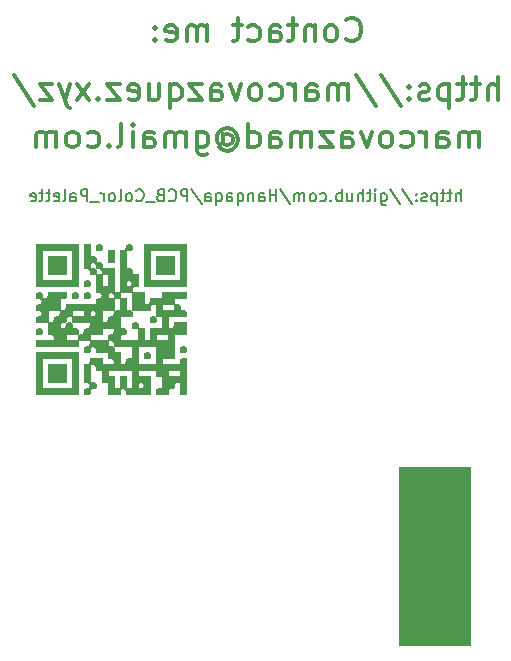
<source format=gbr>
%TF.GenerationSoftware,KiCad,Pcbnew,(5.1.9)-1*%
%TF.CreationDate,2021-08-08T09:56:34+02:00*%
%TF.ProjectId,PCB_Color_Palette,5043425f-436f-46c6-9f72-5f50616c6574,rev?*%
%TF.SameCoordinates,Original*%
%TF.FileFunction,Legend,Bot*%
%TF.FilePolarity,Positive*%
%FSLAX46Y46*%
G04 Gerber Fmt 4.6, Leading zero omitted, Abs format (unit mm)*
G04 Created by KiCad (PCBNEW (5.1.9)-1) date 2021-08-08 09:56:34*
%MOMM*%
%LPD*%
G01*
G04 APERTURE LIST*
%ADD10C,0.100000*%
%ADD11C,0.150000*%
%ADD12C,0.300000*%
%ADD13C,0.010000*%
G04 APERTURE END LIST*
D10*
G36*
X146000000Y-137000000D02*
G01*
X140000000Y-137000000D01*
X140000000Y-122000000D01*
X146000000Y-122000000D01*
X146000000Y-137000000D01*
G37*
X146000000Y-137000000D02*
X140000000Y-137000000D01*
X140000000Y-122000000D01*
X146000000Y-122000000D01*
X146000000Y-137000000D01*
D11*
X145214285Y-99452380D02*
X145214285Y-98452380D01*
X144785714Y-99452380D02*
X144785714Y-98928571D01*
X144833333Y-98833333D01*
X144928571Y-98785714D01*
X145071428Y-98785714D01*
X145166666Y-98833333D01*
X145214285Y-98880952D01*
X144452380Y-98785714D02*
X144071428Y-98785714D01*
X144309523Y-98452380D02*
X144309523Y-99309523D01*
X144261904Y-99404761D01*
X144166666Y-99452380D01*
X144071428Y-99452380D01*
X143880952Y-98785714D02*
X143500000Y-98785714D01*
X143738095Y-98452380D02*
X143738095Y-99309523D01*
X143690476Y-99404761D01*
X143595238Y-99452380D01*
X143500000Y-99452380D01*
X143166666Y-98785714D02*
X143166666Y-99785714D01*
X143166666Y-98833333D02*
X143071428Y-98785714D01*
X142880952Y-98785714D01*
X142785714Y-98833333D01*
X142738095Y-98880952D01*
X142690476Y-98976190D01*
X142690476Y-99261904D01*
X142738095Y-99357142D01*
X142785714Y-99404761D01*
X142880952Y-99452380D01*
X143071428Y-99452380D01*
X143166666Y-99404761D01*
X142309523Y-99404761D02*
X142214285Y-99452380D01*
X142023809Y-99452380D01*
X141928571Y-99404761D01*
X141880952Y-99309523D01*
X141880952Y-99261904D01*
X141928571Y-99166666D01*
X142023809Y-99119047D01*
X142166666Y-99119047D01*
X142261904Y-99071428D01*
X142309523Y-98976190D01*
X142309523Y-98928571D01*
X142261904Y-98833333D01*
X142166666Y-98785714D01*
X142023809Y-98785714D01*
X141928571Y-98833333D01*
X141452380Y-99357142D02*
X141404761Y-99404761D01*
X141452380Y-99452380D01*
X141500000Y-99404761D01*
X141452380Y-99357142D01*
X141452380Y-99452380D01*
X141452380Y-98833333D02*
X141404761Y-98880952D01*
X141452380Y-98928571D01*
X141500000Y-98880952D01*
X141452380Y-98833333D01*
X141452380Y-98928571D01*
X140261904Y-98404761D02*
X141119047Y-99690476D01*
X139214285Y-98404761D02*
X140071428Y-99690476D01*
X138452380Y-98785714D02*
X138452380Y-99595238D01*
X138499999Y-99690476D01*
X138547619Y-99738095D01*
X138642857Y-99785714D01*
X138785714Y-99785714D01*
X138880952Y-99738095D01*
X138452380Y-99404761D02*
X138547619Y-99452380D01*
X138738095Y-99452380D01*
X138833333Y-99404761D01*
X138880952Y-99357142D01*
X138928571Y-99261904D01*
X138928571Y-98976190D01*
X138880952Y-98880952D01*
X138833333Y-98833333D01*
X138738095Y-98785714D01*
X138547619Y-98785714D01*
X138452380Y-98833333D01*
X137976190Y-99452380D02*
X137976190Y-98785714D01*
X137976190Y-98452380D02*
X138023809Y-98500000D01*
X137976190Y-98547619D01*
X137928571Y-98500000D01*
X137976190Y-98452380D01*
X137976190Y-98547619D01*
X137642857Y-98785714D02*
X137261904Y-98785714D01*
X137499999Y-98452380D02*
X137499999Y-99309523D01*
X137452380Y-99404761D01*
X137357142Y-99452380D01*
X137261904Y-99452380D01*
X136928571Y-99452380D02*
X136928571Y-98452380D01*
X136499999Y-99452380D02*
X136499999Y-98928571D01*
X136547619Y-98833333D01*
X136642857Y-98785714D01*
X136785714Y-98785714D01*
X136880952Y-98833333D01*
X136928571Y-98880952D01*
X135595238Y-98785714D02*
X135595238Y-99452380D01*
X136023809Y-98785714D02*
X136023809Y-99309523D01*
X135976190Y-99404761D01*
X135880952Y-99452380D01*
X135738095Y-99452380D01*
X135642857Y-99404761D01*
X135595238Y-99357142D01*
X135119047Y-99452380D02*
X135119047Y-98452380D01*
X135119047Y-98833333D02*
X135023809Y-98785714D01*
X134833333Y-98785714D01*
X134738095Y-98833333D01*
X134690476Y-98880952D01*
X134642857Y-98976190D01*
X134642857Y-99261904D01*
X134690476Y-99357142D01*
X134738095Y-99404761D01*
X134833333Y-99452380D01*
X135023809Y-99452380D01*
X135119047Y-99404761D01*
X134214285Y-99357142D02*
X134166666Y-99404761D01*
X134214285Y-99452380D01*
X134261904Y-99404761D01*
X134214285Y-99357142D01*
X134214285Y-99452380D01*
X133309523Y-99404761D02*
X133404761Y-99452380D01*
X133595238Y-99452380D01*
X133690476Y-99404761D01*
X133738095Y-99357142D01*
X133785714Y-99261904D01*
X133785714Y-98976190D01*
X133738095Y-98880952D01*
X133690476Y-98833333D01*
X133595238Y-98785714D01*
X133404761Y-98785714D01*
X133309523Y-98833333D01*
X132738095Y-99452380D02*
X132833333Y-99404761D01*
X132880952Y-99357142D01*
X132928571Y-99261904D01*
X132928571Y-98976190D01*
X132880952Y-98880952D01*
X132833333Y-98833333D01*
X132738095Y-98785714D01*
X132595238Y-98785714D01*
X132499999Y-98833333D01*
X132452380Y-98880952D01*
X132404761Y-98976190D01*
X132404761Y-99261904D01*
X132452380Y-99357142D01*
X132499999Y-99404761D01*
X132595238Y-99452380D01*
X132738095Y-99452380D01*
X131976190Y-99452380D02*
X131976190Y-98785714D01*
X131976190Y-98880952D02*
X131928571Y-98833333D01*
X131833333Y-98785714D01*
X131690476Y-98785714D01*
X131595238Y-98833333D01*
X131547619Y-98928571D01*
X131547619Y-99452380D01*
X131547619Y-98928571D02*
X131499999Y-98833333D01*
X131404761Y-98785714D01*
X131261904Y-98785714D01*
X131166666Y-98833333D01*
X131119047Y-98928571D01*
X131119047Y-99452380D01*
X129928571Y-98404761D02*
X130785714Y-99690476D01*
X129595238Y-99452380D02*
X129595238Y-98452380D01*
X129595238Y-98928571D02*
X129023809Y-98928571D01*
X129023809Y-99452380D02*
X129023809Y-98452380D01*
X128119047Y-99452380D02*
X128119047Y-98928571D01*
X128166666Y-98833333D01*
X128261904Y-98785714D01*
X128452380Y-98785714D01*
X128547619Y-98833333D01*
X128119047Y-99404761D02*
X128214285Y-99452380D01*
X128452380Y-99452380D01*
X128547619Y-99404761D01*
X128595238Y-99309523D01*
X128595238Y-99214285D01*
X128547619Y-99119047D01*
X128452380Y-99071428D01*
X128214285Y-99071428D01*
X128119047Y-99023809D01*
X127642857Y-98785714D02*
X127642857Y-99452380D01*
X127642857Y-98880952D02*
X127595238Y-98833333D01*
X127499999Y-98785714D01*
X127357142Y-98785714D01*
X127261904Y-98833333D01*
X127214285Y-98928571D01*
X127214285Y-99452380D01*
X126309523Y-98785714D02*
X126309523Y-99785714D01*
X126309523Y-99404761D02*
X126404761Y-99452380D01*
X126595238Y-99452380D01*
X126690476Y-99404761D01*
X126738095Y-99357142D01*
X126785714Y-99261904D01*
X126785714Y-98976190D01*
X126738095Y-98880952D01*
X126690476Y-98833333D01*
X126595238Y-98785714D01*
X126404761Y-98785714D01*
X126309523Y-98833333D01*
X125404761Y-99452380D02*
X125404761Y-98928571D01*
X125452380Y-98833333D01*
X125547619Y-98785714D01*
X125738095Y-98785714D01*
X125833333Y-98833333D01*
X125404761Y-99404761D02*
X125500000Y-99452380D01*
X125738095Y-99452380D01*
X125833333Y-99404761D01*
X125880952Y-99309523D01*
X125880952Y-99214285D01*
X125833333Y-99119047D01*
X125738095Y-99071428D01*
X125500000Y-99071428D01*
X125404761Y-99023809D01*
X124500000Y-98785714D02*
X124500000Y-99785714D01*
X124500000Y-99404761D02*
X124595238Y-99452380D01*
X124785714Y-99452380D01*
X124880952Y-99404761D01*
X124928571Y-99357142D01*
X124976190Y-99261904D01*
X124976190Y-98976190D01*
X124928571Y-98880952D01*
X124880952Y-98833333D01*
X124785714Y-98785714D01*
X124595238Y-98785714D01*
X124500000Y-98833333D01*
X123595238Y-99452380D02*
X123595238Y-98928571D01*
X123642857Y-98833333D01*
X123738095Y-98785714D01*
X123928571Y-98785714D01*
X124023809Y-98833333D01*
X123595238Y-99404761D02*
X123690476Y-99452380D01*
X123928571Y-99452380D01*
X124023809Y-99404761D01*
X124071428Y-99309523D01*
X124071428Y-99214285D01*
X124023809Y-99119047D01*
X123928571Y-99071428D01*
X123690476Y-99071428D01*
X123595238Y-99023809D01*
X122404761Y-98404761D02*
X123261904Y-99690476D01*
X122071428Y-99452380D02*
X122071428Y-98452380D01*
X121690476Y-98452380D01*
X121595238Y-98500000D01*
X121547619Y-98547619D01*
X121500000Y-98642857D01*
X121500000Y-98785714D01*
X121547619Y-98880952D01*
X121595238Y-98928571D01*
X121690476Y-98976190D01*
X122071428Y-98976190D01*
X120500000Y-99357142D02*
X120547619Y-99404761D01*
X120690476Y-99452380D01*
X120785714Y-99452380D01*
X120928571Y-99404761D01*
X121023809Y-99309523D01*
X121071428Y-99214285D01*
X121119047Y-99023809D01*
X121119047Y-98880952D01*
X121071428Y-98690476D01*
X121023809Y-98595238D01*
X120928571Y-98500000D01*
X120785714Y-98452380D01*
X120690476Y-98452380D01*
X120547619Y-98500000D01*
X120500000Y-98547619D01*
X119738095Y-98928571D02*
X119595238Y-98976190D01*
X119547619Y-99023809D01*
X119500000Y-99119047D01*
X119500000Y-99261904D01*
X119547619Y-99357142D01*
X119595238Y-99404761D01*
X119690476Y-99452380D01*
X120071428Y-99452380D01*
X120071428Y-98452380D01*
X119738095Y-98452380D01*
X119642857Y-98500000D01*
X119595238Y-98547619D01*
X119547619Y-98642857D01*
X119547619Y-98738095D01*
X119595238Y-98833333D01*
X119642857Y-98880952D01*
X119738095Y-98928571D01*
X120071428Y-98928571D01*
X119309523Y-99547619D02*
X118547619Y-99547619D01*
X117738095Y-99357142D02*
X117785714Y-99404761D01*
X117928571Y-99452380D01*
X118023809Y-99452380D01*
X118166666Y-99404761D01*
X118261904Y-99309523D01*
X118309523Y-99214285D01*
X118357142Y-99023809D01*
X118357142Y-98880952D01*
X118309523Y-98690476D01*
X118261904Y-98595238D01*
X118166666Y-98500000D01*
X118023809Y-98452380D01*
X117928571Y-98452380D01*
X117785714Y-98500000D01*
X117738095Y-98547619D01*
X117166666Y-99452380D02*
X117261904Y-99404761D01*
X117309523Y-99357142D01*
X117357142Y-99261904D01*
X117357142Y-98976190D01*
X117309523Y-98880952D01*
X117261904Y-98833333D01*
X117166666Y-98785714D01*
X117023809Y-98785714D01*
X116928571Y-98833333D01*
X116880952Y-98880952D01*
X116833333Y-98976190D01*
X116833333Y-99261904D01*
X116880952Y-99357142D01*
X116928571Y-99404761D01*
X117023809Y-99452380D01*
X117166666Y-99452380D01*
X116261904Y-99452380D02*
X116357142Y-99404761D01*
X116404761Y-99309523D01*
X116404761Y-98452380D01*
X115738095Y-99452380D02*
X115833333Y-99404761D01*
X115880952Y-99357142D01*
X115928571Y-99261904D01*
X115928571Y-98976190D01*
X115880952Y-98880952D01*
X115833333Y-98833333D01*
X115738095Y-98785714D01*
X115595238Y-98785714D01*
X115500000Y-98833333D01*
X115452380Y-98880952D01*
X115404761Y-98976190D01*
X115404761Y-99261904D01*
X115452380Y-99357142D01*
X115500000Y-99404761D01*
X115595238Y-99452380D01*
X115738095Y-99452380D01*
X114976190Y-99452380D02*
X114976190Y-98785714D01*
X114976190Y-98976190D02*
X114928571Y-98880952D01*
X114880952Y-98833333D01*
X114785714Y-98785714D01*
X114690476Y-98785714D01*
X114595238Y-99547619D02*
X113833333Y-99547619D01*
X113595238Y-99452380D02*
X113595238Y-98452380D01*
X113214285Y-98452380D01*
X113119047Y-98500000D01*
X113071428Y-98547619D01*
X113023809Y-98642857D01*
X113023809Y-98785714D01*
X113071428Y-98880952D01*
X113119047Y-98928571D01*
X113214285Y-98976190D01*
X113595238Y-98976190D01*
X112166666Y-99452380D02*
X112166666Y-98928571D01*
X112214285Y-98833333D01*
X112309523Y-98785714D01*
X112500000Y-98785714D01*
X112595238Y-98833333D01*
X112166666Y-99404761D02*
X112261904Y-99452380D01*
X112500000Y-99452380D01*
X112595238Y-99404761D01*
X112642857Y-99309523D01*
X112642857Y-99214285D01*
X112595238Y-99119047D01*
X112500000Y-99071428D01*
X112261904Y-99071428D01*
X112166666Y-99023809D01*
X111547619Y-99452380D02*
X111642857Y-99404761D01*
X111690476Y-99309523D01*
X111690476Y-98452380D01*
X110785714Y-99404761D02*
X110880952Y-99452380D01*
X111071428Y-99452380D01*
X111166666Y-99404761D01*
X111214285Y-99309523D01*
X111214285Y-98928571D01*
X111166666Y-98833333D01*
X111071428Y-98785714D01*
X110880952Y-98785714D01*
X110785714Y-98833333D01*
X110738095Y-98928571D01*
X110738095Y-99023809D01*
X111214285Y-99119047D01*
X110452380Y-98785714D02*
X110071428Y-98785714D01*
X110309523Y-98452380D02*
X110309523Y-99309523D01*
X110261904Y-99404761D01*
X110166666Y-99452380D01*
X110071428Y-99452380D01*
X109880952Y-98785714D02*
X109500000Y-98785714D01*
X109738095Y-98452380D02*
X109738095Y-99309523D01*
X109690476Y-99404761D01*
X109595238Y-99452380D01*
X109500000Y-99452380D01*
X108785714Y-99404761D02*
X108880952Y-99452380D01*
X109071428Y-99452380D01*
X109166666Y-99404761D01*
X109214285Y-99309523D01*
X109214285Y-98928571D01*
X109166666Y-98833333D01*
X109071428Y-98785714D01*
X108880952Y-98785714D01*
X108785714Y-98833333D01*
X108738095Y-98928571D01*
X108738095Y-99023809D01*
X109214285Y-99119047D01*
D12*
X146761904Y-94904761D02*
X146761904Y-93571428D01*
X146761904Y-93761904D02*
X146666666Y-93666666D01*
X146476190Y-93571428D01*
X146190476Y-93571428D01*
X146000000Y-93666666D01*
X145904761Y-93857142D01*
X145904761Y-94904761D01*
X145904761Y-93857142D02*
X145809523Y-93666666D01*
X145619047Y-93571428D01*
X145333333Y-93571428D01*
X145142857Y-93666666D01*
X145047619Y-93857142D01*
X145047619Y-94904761D01*
X143238095Y-94904761D02*
X143238095Y-93857142D01*
X143333333Y-93666666D01*
X143523809Y-93571428D01*
X143904761Y-93571428D01*
X144095238Y-93666666D01*
X143238095Y-94809523D02*
X143428571Y-94904761D01*
X143904761Y-94904761D01*
X144095238Y-94809523D01*
X144190476Y-94619047D01*
X144190476Y-94428571D01*
X144095238Y-94238095D01*
X143904761Y-94142857D01*
X143428571Y-94142857D01*
X143238095Y-94047619D01*
X142285714Y-94904761D02*
X142285714Y-93571428D01*
X142285714Y-93952380D02*
X142190476Y-93761904D01*
X142095238Y-93666666D01*
X141904761Y-93571428D01*
X141714285Y-93571428D01*
X140190476Y-94809523D02*
X140380952Y-94904761D01*
X140761904Y-94904761D01*
X140952380Y-94809523D01*
X141047619Y-94714285D01*
X141142857Y-94523809D01*
X141142857Y-93952380D01*
X141047619Y-93761904D01*
X140952380Y-93666666D01*
X140761904Y-93571428D01*
X140380952Y-93571428D01*
X140190476Y-93666666D01*
X139047619Y-94904761D02*
X139238095Y-94809523D01*
X139333333Y-94714285D01*
X139428571Y-94523809D01*
X139428571Y-93952380D01*
X139333333Y-93761904D01*
X139238095Y-93666666D01*
X139047619Y-93571428D01*
X138761904Y-93571428D01*
X138571428Y-93666666D01*
X138476190Y-93761904D01*
X138380952Y-93952380D01*
X138380952Y-94523809D01*
X138476190Y-94714285D01*
X138571428Y-94809523D01*
X138761904Y-94904761D01*
X139047619Y-94904761D01*
X137714285Y-93571428D02*
X137238095Y-94904761D01*
X136761904Y-93571428D01*
X135142857Y-94904761D02*
X135142857Y-93857142D01*
X135238095Y-93666666D01*
X135428571Y-93571428D01*
X135809523Y-93571428D01*
X136000000Y-93666666D01*
X135142857Y-94809523D02*
X135333333Y-94904761D01*
X135809523Y-94904761D01*
X136000000Y-94809523D01*
X136095238Y-94619047D01*
X136095238Y-94428571D01*
X136000000Y-94238095D01*
X135809523Y-94142857D01*
X135333333Y-94142857D01*
X135142857Y-94047619D01*
X134380952Y-93571428D02*
X133333333Y-93571428D01*
X134380952Y-94904761D01*
X133333333Y-94904761D01*
X132571428Y-94904761D02*
X132571428Y-93571428D01*
X132571428Y-93761904D02*
X132476190Y-93666666D01*
X132285714Y-93571428D01*
X132000000Y-93571428D01*
X131809523Y-93666666D01*
X131714285Y-93857142D01*
X131714285Y-94904761D01*
X131714285Y-93857142D02*
X131619047Y-93666666D01*
X131428571Y-93571428D01*
X131142857Y-93571428D01*
X130952380Y-93666666D01*
X130857142Y-93857142D01*
X130857142Y-94904761D01*
X129047619Y-94904761D02*
X129047619Y-93857142D01*
X129142857Y-93666666D01*
X129333333Y-93571428D01*
X129714285Y-93571428D01*
X129904761Y-93666666D01*
X129047619Y-94809523D02*
X129238095Y-94904761D01*
X129714285Y-94904761D01*
X129904761Y-94809523D01*
X130000000Y-94619047D01*
X130000000Y-94428571D01*
X129904761Y-94238095D01*
X129714285Y-94142857D01*
X129238095Y-94142857D01*
X129047619Y-94047619D01*
X127238095Y-94904761D02*
X127238095Y-92904761D01*
X127238095Y-94809523D02*
X127428571Y-94904761D01*
X127809523Y-94904761D01*
X128000000Y-94809523D01*
X128095238Y-94714285D01*
X128190476Y-94523809D01*
X128190476Y-93952380D01*
X128095238Y-93761904D01*
X128000000Y-93666666D01*
X127809523Y-93571428D01*
X127428571Y-93571428D01*
X127238095Y-93666666D01*
X125047619Y-93952380D02*
X125142857Y-93857142D01*
X125333333Y-93761904D01*
X125523809Y-93761904D01*
X125714285Y-93857142D01*
X125809523Y-93952380D01*
X125904761Y-94142857D01*
X125904761Y-94333333D01*
X125809523Y-94523809D01*
X125714285Y-94619047D01*
X125523809Y-94714285D01*
X125333333Y-94714285D01*
X125142857Y-94619047D01*
X125047619Y-94523809D01*
X125047619Y-93761904D02*
X125047619Y-94523809D01*
X124952380Y-94619047D01*
X124857142Y-94619047D01*
X124666666Y-94523809D01*
X124571428Y-94333333D01*
X124571428Y-93857142D01*
X124761904Y-93571428D01*
X125047619Y-93380952D01*
X125428571Y-93285714D01*
X125809523Y-93380952D01*
X126095238Y-93571428D01*
X126285714Y-93857142D01*
X126380952Y-94238095D01*
X126285714Y-94619047D01*
X126095238Y-94904761D01*
X125809523Y-95095238D01*
X125428571Y-95190476D01*
X125047619Y-95095238D01*
X124761904Y-94904761D01*
X122857142Y-93571428D02*
X122857142Y-95190476D01*
X122952380Y-95380952D01*
X123047619Y-95476190D01*
X123238095Y-95571428D01*
X123523809Y-95571428D01*
X123714285Y-95476190D01*
X122857142Y-94809523D02*
X123047619Y-94904761D01*
X123428571Y-94904761D01*
X123619047Y-94809523D01*
X123714285Y-94714285D01*
X123809523Y-94523809D01*
X123809523Y-93952380D01*
X123714285Y-93761904D01*
X123619047Y-93666666D01*
X123428571Y-93571428D01*
X123047619Y-93571428D01*
X122857142Y-93666666D01*
X121904761Y-94904761D02*
X121904761Y-93571428D01*
X121904761Y-93761904D02*
X121809523Y-93666666D01*
X121619047Y-93571428D01*
X121333333Y-93571428D01*
X121142857Y-93666666D01*
X121047619Y-93857142D01*
X121047619Y-94904761D01*
X121047619Y-93857142D02*
X120952380Y-93666666D01*
X120761904Y-93571428D01*
X120476190Y-93571428D01*
X120285714Y-93666666D01*
X120190476Y-93857142D01*
X120190476Y-94904761D01*
X118380952Y-94904761D02*
X118380952Y-93857142D01*
X118476190Y-93666666D01*
X118666666Y-93571428D01*
X119047619Y-93571428D01*
X119238095Y-93666666D01*
X118380952Y-94809523D02*
X118571428Y-94904761D01*
X119047619Y-94904761D01*
X119238095Y-94809523D01*
X119333333Y-94619047D01*
X119333333Y-94428571D01*
X119238095Y-94238095D01*
X119047619Y-94142857D01*
X118571428Y-94142857D01*
X118380952Y-94047619D01*
X117428571Y-94904761D02*
X117428571Y-93571428D01*
X117428571Y-92904761D02*
X117523809Y-93000000D01*
X117428571Y-93095238D01*
X117333333Y-93000000D01*
X117428571Y-92904761D01*
X117428571Y-93095238D01*
X116190476Y-94904761D02*
X116380952Y-94809523D01*
X116476190Y-94619047D01*
X116476190Y-92904761D01*
X115428571Y-94714285D02*
X115333333Y-94809523D01*
X115428571Y-94904761D01*
X115523809Y-94809523D01*
X115428571Y-94714285D01*
X115428571Y-94904761D01*
X113619047Y-94809523D02*
X113809523Y-94904761D01*
X114190476Y-94904761D01*
X114380952Y-94809523D01*
X114476190Y-94714285D01*
X114571428Y-94523809D01*
X114571428Y-93952380D01*
X114476190Y-93761904D01*
X114380952Y-93666666D01*
X114190476Y-93571428D01*
X113809523Y-93571428D01*
X113619047Y-93666666D01*
X112476190Y-94904761D02*
X112666666Y-94809523D01*
X112761904Y-94714285D01*
X112857142Y-94523809D01*
X112857142Y-93952380D01*
X112761904Y-93761904D01*
X112666666Y-93666666D01*
X112476190Y-93571428D01*
X112190476Y-93571428D01*
X112000000Y-93666666D01*
X111904761Y-93761904D01*
X111809523Y-93952380D01*
X111809523Y-94523809D01*
X111904761Y-94714285D01*
X112000000Y-94809523D01*
X112190476Y-94904761D01*
X112476190Y-94904761D01*
X110952380Y-94904761D02*
X110952380Y-93571428D01*
X110952380Y-93761904D02*
X110857142Y-93666666D01*
X110666666Y-93571428D01*
X110380952Y-93571428D01*
X110190476Y-93666666D01*
X110095238Y-93857142D01*
X110095238Y-94904761D01*
X110095238Y-93857142D02*
X110000000Y-93666666D01*
X109809523Y-93571428D01*
X109523809Y-93571428D01*
X109333333Y-93666666D01*
X109238095Y-93857142D01*
X109238095Y-94904761D01*
X148333333Y-90904761D02*
X148333333Y-88904761D01*
X147476190Y-90904761D02*
X147476190Y-89857142D01*
X147571428Y-89666666D01*
X147761904Y-89571428D01*
X148047619Y-89571428D01*
X148238095Y-89666666D01*
X148333333Y-89761904D01*
X146809523Y-89571428D02*
X146047619Y-89571428D01*
X146523809Y-88904761D02*
X146523809Y-90619047D01*
X146428571Y-90809523D01*
X146238095Y-90904761D01*
X146047619Y-90904761D01*
X145666666Y-89571428D02*
X144904761Y-89571428D01*
X145380952Y-88904761D02*
X145380952Y-90619047D01*
X145285714Y-90809523D01*
X145095238Y-90904761D01*
X144904761Y-90904761D01*
X144238095Y-89571428D02*
X144238095Y-91571428D01*
X144238095Y-89666666D02*
X144047619Y-89571428D01*
X143666666Y-89571428D01*
X143476190Y-89666666D01*
X143380952Y-89761904D01*
X143285714Y-89952380D01*
X143285714Y-90523809D01*
X143380952Y-90714285D01*
X143476190Y-90809523D01*
X143666666Y-90904761D01*
X144047619Y-90904761D01*
X144238095Y-90809523D01*
X142523809Y-90809523D02*
X142333333Y-90904761D01*
X141952380Y-90904761D01*
X141761904Y-90809523D01*
X141666666Y-90619047D01*
X141666666Y-90523809D01*
X141761904Y-90333333D01*
X141952380Y-90238095D01*
X142238095Y-90238095D01*
X142428571Y-90142857D01*
X142523809Y-89952380D01*
X142523809Y-89857142D01*
X142428571Y-89666666D01*
X142238095Y-89571428D01*
X141952380Y-89571428D01*
X141761904Y-89666666D01*
X140809523Y-90714285D02*
X140714285Y-90809523D01*
X140809523Y-90904761D01*
X140904761Y-90809523D01*
X140809523Y-90714285D01*
X140809523Y-90904761D01*
X140809523Y-89666666D02*
X140714285Y-89761904D01*
X140809523Y-89857142D01*
X140904761Y-89761904D01*
X140809523Y-89666666D01*
X140809523Y-89857142D01*
X138428571Y-88809523D02*
X140142857Y-91380952D01*
X136333333Y-88809523D02*
X138047619Y-91380952D01*
X135666666Y-90904761D02*
X135666666Y-89571428D01*
X135666666Y-89761904D02*
X135571428Y-89666666D01*
X135380952Y-89571428D01*
X135095238Y-89571428D01*
X134904761Y-89666666D01*
X134809523Y-89857142D01*
X134809523Y-90904761D01*
X134809523Y-89857142D02*
X134714285Y-89666666D01*
X134523809Y-89571428D01*
X134238095Y-89571428D01*
X134047619Y-89666666D01*
X133952380Y-89857142D01*
X133952380Y-90904761D01*
X132142857Y-90904761D02*
X132142857Y-89857142D01*
X132238095Y-89666666D01*
X132428571Y-89571428D01*
X132809523Y-89571428D01*
X133000000Y-89666666D01*
X132142857Y-90809523D02*
X132333333Y-90904761D01*
X132809523Y-90904761D01*
X133000000Y-90809523D01*
X133095238Y-90619047D01*
X133095238Y-90428571D01*
X133000000Y-90238095D01*
X132809523Y-90142857D01*
X132333333Y-90142857D01*
X132142857Y-90047619D01*
X131190476Y-90904761D02*
X131190476Y-89571428D01*
X131190476Y-89952380D02*
X131095238Y-89761904D01*
X131000000Y-89666666D01*
X130809523Y-89571428D01*
X130619047Y-89571428D01*
X129095238Y-90809523D02*
X129285714Y-90904761D01*
X129666666Y-90904761D01*
X129857142Y-90809523D01*
X129952380Y-90714285D01*
X130047619Y-90523809D01*
X130047619Y-89952380D01*
X129952380Y-89761904D01*
X129857142Y-89666666D01*
X129666666Y-89571428D01*
X129285714Y-89571428D01*
X129095238Y-89666666D01*
X127952380Y-90904761D02*
X128142857Y-90809523D01*
X128238095Y-90714285D01*
X128333333Y-90523809D01*
X128333333Y-89952380D01*
X128238095Y-89761904D01*
X128142857Y-89666666D01*
X127952380Y-89571428D01*
X127666666Y-89571428D01*
X127476190Y-89666666D01*
X127380952Y-89761904D01*
X127285714Y-89952380D01*
X127285714Y-90523809D01*
X127380952Y-90714285D01*
X127476190Y-90809523D01*
X127666666Y-90904761D01*
X127952380Y-90904761D01*
X126619047Y-89571428D02*
X126142857Y-90904761D01*
X125666666Y-89571428D01*
X124047619Y-90904761D02*
X124047619Y-89857142D01*
X124142857Y-89666666D01*
X124333333Y-89571428D01*
X124714285Y-89571428D01*
X124904761Y-89666666D01*
X124047619Y-90809523D02*
X124238095Y-90904761D01*
X124714285Y-90904761D01*
X124904761Y-90809523D01*
X125000000Y-90619047D01*
X125000000Y-90428571D01*
X124904761Y-90238095D01*
X124714285Y-90142857D01*
X124238095Y-90142857D01*
X124047619Y-90047619D01*
X123285714Y-89571428D02*
X122238095Y-89571428D01*
X123285714Y-90904761D01*
X122238095Y-90904761D01*
X120619047Y-89571428D02*
X120619047Y-91571428D01*
X120619047Y-90809523D02*
X120809523Y-90904761D01*
X121190476Y-90904761D01*
X121380952Y-90809523D01*
X121476190Y-90714285D01*
X121571428Y-90523809D01*
X121571428Y-89952380D01*
X121476190Y-89761904D01*
X121380952Y-89666666D01*
X121190476Y-89571428D01*
X120809523Y-89571428D01*
X120619047Y-89666666D01*
X118809523Y-89571428D02*
X118809523Y-90904761D01*
X119666666Y-89571428D02*
X119666666Y-90619047D01*
X119571428Y-90809523D01*
X119380952Y-90904761D01*
X119095238Y-90904761D01*
X118904761Y-90809523D01*
X118809523Y-90714285D01*
X117095238Y-90809523D02*
X117285714Y-90904761D01*
X117666666Y-90904761D01*
X117857142Y-90809523D01*
X117952380Y-90619047D01*
X117952380Y-89857142D01*
X117857142Y-89666666D01*
X117666666Y-89571428D01*
X117285714Y-89571428D01*
X117095238Y-89666666D01*
X117000000Y-89857142D01*
X117000000Y-90047619D01*
X117952380Y-90238095D01*
X116333333Y-89571428D02*
X115285714Y-89571428D01*
X116333333Y-90904761D01*
X115285714Y-90904761D01*
X114523809Y-90714285D02*
X114428571Y-90809523D01*
X114523809Y-90904761D01*
X114619047Y-90809523D01*
X114523809Y-90714285D01*
X114523809Y-90904761D01*
X113761904Y-90904761D02*
X112714285Y-89571428D01*
X113761904Y-89571428D02*
X112714285Y-90904761D01*
X112142857Y-89571428D02*
X111666666Y-90904761D01*
X111190476Y-89571428D02*
X111666666Y-90904761D01*
X111857142Y-91380952D01*
X111952380Y-91476190D01*
X112142857Y-91571428D01*
X110619047Y-89571428D02*
X109571428Y-89571428D01*
X110619047Y-90904761D01*
X109571428Y-90904761D01*
X107380952Y-88809523D02*
X109095238Y-91380952D01*
X135523809Y-85714285D02*
X135619047Y-85809523D01*
X135904761Y-85904761D01*
X136095238Y-85904761D01*
X136380952Y-85809523D01*
X136571428Y-85619047D01*
X136666666Y-85428571D01*
X136761904Y-85047619D01*
X136761904Y-84761904D01*
X136666666Y-84380952D01*
X136571428Y-84190476D01*
X136380952Y-84000000D01*
X136095238Y-83904761D01*
X135904761Y-83904761D01*
X135619047Y-84000000D01*
X135523809Y-84095238D01*
X134380952Y-85904761D02*
X134571428Y-85809523D01*
X134666666Y-85714285D01*
X134761904Y-85523809D01*
X134761904Y-84952380D01*
X134666666Y-84761904D01*
X134571428Y-84666666D01*
X134380952Y-84571428D01*
X134095238Y-84571428D01*
X133904761Y-84666666D01*
X133809523Y-84761904D01*
X133714285Y-84952380D01*
X133714285Y-85523809D01*
X133809523Y-85714285D01*
X133904761Y-85809523D01*
X134095238Y-85904761D01*
X134380952Y-85904761D01*
X132857142Y-84571428D02*
X132857142Y-85904761D01*
X132857142Y-84761904D02*
X132761904Y-84666666D01*
X132571428Y-84571428D01*
X132285714Y-84571428D01*
X132095238Y-84666666D01*
X132000000Y-84857142D01*
X132000000Y-85904761D01*
X131333333Y-84571428D02*
X130571428Y-84571428D01*
X131047619Y-83904761D02*
X131047619Y-85619047D01*
X130952380Y-85809523D01*
X130761904Y-85904761D01*
X130571428Y-85904761D01*
X129047619Y-85904761D02*
X129047619Y-84857142D01*
X129142857Y-84666666D01*
X129333333Y-84571428D01*
X129714285Y-84571428D01*
X129904761Y-84666666D01*
X129047619Y-85809523D02*
X129238095Y-85904761D01*
X129714285Y-85904761D01*
X129904761Y-85809523D01*
X130000000Y-85619047D01*
X130000000Y-85428571D01*
X129904761Y-85238095D01*
X129714285Y-85142857D01*
X129238095Y-85142857D01*
X129047619Y-85047619D01*
X127238095Y-85809523D02*
X127428571Y-85904761D01*
X127809523Y-85904761D01*
X128000000Y-85809523D01*
X128095238Y-85714285D01*
X128190476Y-85523809D01*
X128190476Y-84952380D01*
X128095238Y-84761904D01*
X128000000Y-84666666D01*
X127809523Y-84571428D01*
X127428571Y-84571428D01*
X127238095Y-84666666D01*
X126666666Y-84571428D02*
X125904761Y-84571428D01*
X126380952Y-83904761D02*
X126380952Y-85619047D01*
X126285714Y-85809523D01*
X126095238Y-85904761D01*
X125904761Y-85904761D01*
X123714285Y-85904761D02*
X123714285Y-84571428D01*
X123714285Y-84761904D02*
X123619047Y-84666666D01*
X123428571Y-84571428D01*
X123142857Y-84571428D01*
X122952380Y-84666666D01*
X122857142Y-84857142D01*
X122857142Y-85904761D01*
X122857142Y-84857142D02*
X122761904Y-84666666D01*
X122571428Y-84571428D01*
X122285714Y-84571428D01*
X122095238Y-84666666D01*
X122000000Y-84857142D01*
X122000000Y-85904761D01*
X120285714Y-85809523D02*
X120476190Y-85904761D01*
X120857142Y-85904761D01*
X121047619Y-85809523D01*
X121142857Y-85619047D01*
X121142857Y-84857142D01*
X121047619Y-84666666D01*
X120857142Y-84571428D01*
X120476190Y-84571428D01*
X120285714Y-84666666D01*
X120190476Y-84857142D01*
X120190476Y-85047619D01*
X121142857Y-85238095D01*
X119333333Y-85714285D02*
X119238095Y-85809523D01*
X119333333Y-85904761D01*
X119428571Y-85809523D01*
X119333333Y-85714285D01*
X119333333Y-85904761D01*
X119333333Y-84666666D02*
X119238095Y-84761904D01*
X119333333Y-84857142D01*
X119428571Y-84761904D01*
X119333333Y-84666666D01*
X119333333Y-84857142D01*
D13*
%TO.C,G\u002A\u002A\u002A*%
G36*
X121913715Y-106669715D02*
G01*
X121913715Y-103113715D01*
X118865715Y-103113715D01*
X118865715Y-103621715D01*
X121405715Y-103621715D01*
X121405715Y-106161715D01*
X118865715Y-106161715D01*
X118865715Y-103621715D01*
X118865715Y-103113715D01*
X118357715Y-103113715D01*
X118357715Y-106669715D01*
X121913715Y-106669715D01*
G37*
X121913715Y-106669715D02*
X121913715Y-103113715D01*
X118865715Y-103113715D01*
X118865715Y-103621715D01*
X121405715Y-103621715D01*
X121405715Y-106161715D01*
X118865715Y-106161715D01*
X118865715Y-103621715D01*
X118865715Y-103113715D01*
X118357715Y-103113715D01*
X118357715Y-106669715D01*
X121913715Y-106669715D01*
G36*
X117341715Y-107177715D02*
G01*
X117341715Y-106923715D01*
X117352949Y-106753476D01*
X117416331Y-106683660D01*
X117576381Y-106669746D01*
X117595715Y-106669715D01*
X117849715Y-106669715D01*
X117849715Y-105653715D01*
X117595715Y-105653715D01*
X117425476Y-105642480D01*
X117355660Y-105579098D01*
X117341746Y-105419048D01*
X117341715Y-105399715D01*
X117330480Y-105229476D01*
X117267098Y-105159660D01*
X117107048Y-105145746D01*
X117087715Y-105145715D01*
X117087715Y-106161715D01*
X117257953Y-106172949D01*
X117327770Y-106236331D01*
X117341683Y-106396381D01*
X117341715Y-106415715D01*
X117330480Y-106585953D01*
X117267098Y-106655770D01*
X117107048Y-106669683D01*
X117087715Y-106669715D01*
X116917476Y-106658480D01*
X116847660Y-106595098D01*
X116833746Y-106435048D01*
X116833715Y-106415715D01*
X116844949Y-106245476D01*
X116908331Y-106175660D01*
X117068381Y-106161746D01*
X117087715Y-106161715D01*
X117087715Y-105145715D01*
X116833715Y-105145715D01*
X116833715Y-103621715D01*
X117087715Y-103621715D01*
X117257953Y-103610480D01*
X117327770Y-103547098D01*
X117341683Y-103387048D01*
X117341715Y-103367715D01*
X117330480Y-103197476D01*
X117267098Y-103127660D01*
X117107048Y-103113746D01*
X117087715Y-103113715D01*
X116917476Y-103124949D01*
X116847660Y-103188331D01*
X116833746Y-103348381D01*
X116833715Y-103367715D01*
X116822480Y-103537953D01*
X116759098Y-103607770D01*
X116599048Y-103621683D01*
X116579715Y-103621715D01*
X116325715Y-103621715D01*
X116325715Y-107177715D01*
X117341715Y-107177715D01*
G37*
X117341715Y-107177715D02*
X117341715Y-106923715D01*
X117352949Y-106753476D01*
X117416331Y-106683660D01*
X117576381Y-106669746D01*
X117595715Y-106669715D01*
X117849715Y-106669715D01*
X117849715Y-105653715D01*
X117595715Y-105653715D01*
X117425476Y-105642480D01*
X117355660Y-105579098D01*
X117341746Y-105419048D01*
X117341715Y-105399715D01*
X117330480Y-105229476D01*
X117267098Y-105159660D01*
X117107048Y-105145746D01*
X117087715Y-105145715D01*
X117087715Y-106161715D01*
X117257953Y-106172949D01*
X117327770Y-106236331D01*
X117341683Y-106396381D01*
X117341715Y-106415715D01*
X117330480Y-106585953D01*
X117267098Y-106655770D01*
X117107048Y-106669683D01*
X117087715Y-106669715D01*
X116917476Y-106658480D01*
X116847660Y-106595098D01*
X116833746Y-106435048D01*
X116833715Y-106415715D01*
X116844949Y-106245476D01*
X116908331Y-106175660D01*
X117068381Y-106161746D01*
X117087715Y-106161715D01*
X117087715Y-105145715D01*
X116833715Y-105145715D01*
X116833715Y-103621715D01*
X117087715Y-103621715D01*
X117257953Y-103610480D01*
X117327770Y-103547098D01*
X117341683Y-103387048D01*
X117341715Y-103367715D01*
X117330480Y-103197476D01*
X117267098Y-103127660D01*
X117107048Y-103113746D01*
X117087715Y-103113715D01*
X116917476Y-103124949D01*
X116847660Y-103188331D01*
X116833746Y-103348381D01*
X116833715Y-103367715D01*
X116822480Y-103537953D01*
X116759098Y-103607770D01*
X116599048Y-103621683D01*
X116579715Y-103621715D01*
X116325715Y-103621715D01*
X116325715Y-107177715D01*
X117341715Y-107177715D01*
G36*
X111245715Y-107685715D02*
G01*
X111499715Y-107685715D01*
X111669953Y-107674480D01*
X111739770Y-107611098D01*
X111753683Y-107451048D01*
X111753715Y-107431715D01*
X111753715Y-107177715D01*
X110229715Y-107177715D01*
X110229715Y-107431715D01*
X110218480Y-107601953D01*
X110155098Y-107671770D01*
X109995048Y-107685683D01*
X109975715Y-107685715D01*
X109805476Y-107674480D01*
X109735660Y-107611098D01*
X109721746Y-107451048D01*
X109721715Y-107431715D01*
X109710480Y-107261476D01*
X109647098Y-107191660D01*
X109487048Y-107177746D01*
X109467715Y-107177715D01*
X109297476Y-107188949D01*
X109227660Y-107252331D01*
X109213746Y-107412381D01*
X109213715Y-107431715D01*
X109224949Y-107601953D01*
X109288331Y-107671770D01*
X109448381Y-107685683D01*
X109467715Y-107685715D01*
X109637953Y-107696949D01*
X109707770Y-107760331D01*
X109721683Y-107920381D01*
X109721715Y-107939715D01*
X109710480Y-108109953D01*
X109647098Y-108179770D01*
X109487048Y-108193683D01*
X109467715Y-108193715D01*
X109297476Y-108204949D01*
X109227660Y-108268331D01*
X109213746Y-108428381D01*
X109213715Y-108447715D01*
X109224949Y-108617953D01*
X109288331Y-108687770D01*
X109448381Y-108701683D01*
X109467715Y-108701715D01*
X109637953Y-108712949D01*
X109707770Y-108776331D01*
X109721683Y-108936381D01*
X109721715Y-108955715D01*
X109710480Y-109125953D01*
X109647098Y-109195770D01*
X109487048Y-109209683D01*
X109467715Y-109209715D01*
X109297476Y-109220949D01*
X109227660Y-109284331D01*
X109213746Y-109444381D01*
X109213715Y-109463715D01*
X109213715Y-109717715D01*
X110229715Y-109717715D01*
X110229715Y-108701715D01*
X111245715Y-108701715D01*
X111245715Y-107685715D01*
G37*
X111245715Y-107685715D02*
X111499715Y-107685715D01*
X111669953Y-107674480D01*
X111739770Y-107611098D01*
X111753683Y-107451048D01*
X111753715Y-107431715D01*
X111753715Y-107177715D01*
X110229715Y-107177715D01*
X110229715Y-107431715D01*
X110218480Y-107601953D01*
X110155098Y-107671770D01*
X109995048Y-107685683D01*
X109975715Y-107685715D01*
X109805476Y-107674480D01*
X109735660Y-107611098D01*
X109721746Y-107451048D01*
X109721715Y-107431715D01*
X109710480Y-107261476D01*
X109647098Y-107191660D01*
X109487048Y-107177746D01*
X109467715Y-107177715D01*
X109297476Y-107188949D01*
X109227660Y-107252331D01*
X109213746Y-107412381D01*
X109213715Y-107431715D01*
X109224949Y-107601953D01*
X109288331Y-107671770D01*
X109448381Y-107685683D01*
X109467715Y-107685715D01*
X109637953Y-107696949D01*
X109707770Y-107760331D01*
X109721683Y-107920381D01*
X109721715Y-107939715D01*
X109710480Y-108109953D01*
X109647098Y-108179770D01*
X109487048Y-108193683D01*
X109467715Y-108193715D01*
X109297476Y-108204949D01*
X109227660Y-108268331D01*
X109213746Y-108428381D01*
X109213715Y-108447715D01*
X109224949Y-108617953D01*
X109288331Y-108687770D01*
X109448381Y-108701683D01*
X109467715Y-108701715D01*
X109637953Y-108712949D01*
X109707770Y-108776331D01*
X109721683Y-108936381D01*
X109721715Y-108955715D01*
X109710480Y-109125953D01*
X109647098Y-109195770D01*
X109487048Y-109209683D01*
X109467715Y-109209715D01*
X109297476Y-109220949D01*
X109227660Y-109284331D01*
X109213746Y-109444381D01*
X109213715Y-109463715D01*
X109213715Y-109717715D01*
X110229715Y-109717715D01*
X110229715Y-108701715D01*
X111245715Y-108701715D01*
X111245715Y-107685715D01*
G36*
X115817715Y-107177715D02*
G01*
X115817715Y-105145715D01*
X114801715Y-105145715D01*
X114801715Y-104891715D01*
X114790480Y-104721476D01*
X114727098Y-104651660D01*
X114567048Y-104637746D01*
X114547715Y-104637715D01*
X114377476Y-104626480D01*
X114307660Y-104563098D01*
X114293746Y-104403048D01*
X114293715Y-104383715D01*
X114282480Y-104213476D01*
X114219098Y-104143660D01*
X114059048Y-104129746D01*
X114039715Y-104129715D01*
X114039715Y-104637715D01*
X114209953Y-104648949D01*
X114279770Y-104712331D01*
X114293683Y-104872381D01*
X114293715Y-104891715D01*
X114304949Y-105061953D01*
X114368331Y-105131770D01*
X114528381Y-105145683D01*
X114547715Y-105145715D01*
X114717953Y-105156949D01*
X114787770Y-105220331D01*
X114801683Y-105380381D01*
X114801715Y-105399715D01*
X114812949Y-105569953D01*
X114876331Y-105639770D01*
X115036381Y-105653683D01*
X115055715Y-105653715D01*
X115309715Y-105653715D01*
X115309715Y-106669715D01*
X114801715Y-106669715D01*
X114801715Y-105653715D01*
X114547715Y-105653715D01*
X114377476Y-105642480D01*
X114307660Y-105579098D01*
X114293746Y-105419048D01*
X114293715Y-105399715D01*
X114282480Y-105229476D01*
X114219098Y-105159660D01*
X114059048Y-105145746D01*
X114039715Y-105145715D01*
X113869476Y-105134480D01*
X113799660Y-105071098D01*
X113785746Y-104911048D01*
X113785715Y-104891715D01*
X113796949Y-104721476D01*
X113860331Y-104651660D01*
X114020381Y-104637746D01*
X114039715Y-104637715D01*
X114039715Y-104129715D01*
X113785715Y-104129715D01*
X113785715Y-103113715D01*
X113277715Y-103113715D01*
X113277715Y-105145715D01*
X113531715Y-105145715D01*
X113701953Y-105156949D01*
X113771770Y-105220331D01*
X113785683Y-105380381D01*
X113785715Y-105399715D01*
X113796949Y-105569953D01*
X113860331Y-105639770D01*
X114020381Y-105653683D01*
X114039715Y-105653715D01*
X114293715Y-105653715D01*
X114293715Y-107177715D01*
X114547715Y-107177715D01*
X114717953Y-107188949D01*
X114787770Y-107252331D01*
X114801683Y-107412381D01*
X114801715Y-107431715D01*
X114790480Y-107601953D01*
X114727098Y-107671770D01*
X114567048Y-107685683D01*
X114547715Y-107685715D01*
X114377476Y-107696949D01*
X114307660Y-107760331D01*
X114293746Y-107920381D01*
X114293715Y-107939715D01*
X114293715Y-108193715D01*
X114039715Y-108193715D01*
X114039715Y-108701715D01*
X114209953Y-108712949D01*
X114279770Y-108776331D01*
X114293683Y-108936381D01*
X114293715Y-108955715D01*
X114282480Y-109125953D01*
X114219098Y-109195770D01*
X114059048Y-109209683D01*
X114039715Y-109209715D01*
X113869476Y-109198480D01*
X113799660Y-109135098D01*
X113785746Y-108975048D01*
X113785715Y-108955715D01*
X113796949Y-108785476D01*
X113860331Y-108715660D01*
X114020381Y-108701746D01*
X114039715Y-108701715D01*
X114039715Y-108193715D01*
X112261715Y-108193715D01*
X112261715Y-108701715D01*
X113277715Y-108701715D01*
X113277715Y-109209715D01*
X112261715Y-109209715D01*
X112261715Y-109717715D01*
X113785715Y-109717715D01*
X113785715Y-109971715D01*
X113774480Y-110141953D01*
X113711098Y-110211770D01*
X113551048Y-110225683D01*
X113531715Y-110225715D01*
X113361476Y-110236949D01*
X113291660Y-110300331D01*
X113277746Y-110460381D01*
X113277715Y-110479715D01*
X113266480Y-110649953D01*
X113203098Y-110719770D01*
X113043048Y-110733683D01*
X113023715Y-110733715D01*
X112853476Y-110744949D01*
X112783660Y-110808331D01*
X112769746Y-110968381D01*
X112769715Y-110987715D01*
X112769715Y-111241715D01*
X111753715Y-111241715D01*
X111753715Y-110733715D01*
X112769715Y-110733715D01*
X112769715Y-110479715D01*
X112758480Y-110309476D01*
X112695098Y-110239660D01*
X112535048Y-110225746D01*
X112515715Y-110225715D01*
X112345476Y-110214480D01*
X112275660Y-110151098D01*
X112261746Y-109991048D01*
X112261715Y-109971715D01*
X112250480Y-109801476D01*
X112187098Y-109731660D01*
X112027048Y-109717746D01*
X112007715Y-109717715D01*
X111837476Y-109728949D01*
X111767660Y-109792331D01*
X111753746Y-109952381D01*
X111753715Y-109971715D01*
X111742480Y-110141953D01*
X111679098Y-110211770D01*
X111519048Y-110225683D01*
X111499715Y-110225715D01*
X111329476Y-110214480D01*
X111259660Y-110151098D01*
X111245746Y-109991048D01*
X111245715Y-109971715D01*
X111256949Y-109801476D01*
X111320331Y-109731660D01*
X111480381Y-109717746D01*
X111499715Y-109717715D01*
X111669953Y-109706480D01*
X111739770Y-109643098D01*
X111753683Y-109483048D01*
X111753715Y-109463715D01*
X111764949Y-109293476D01*
X111828331Y-109223660D01*
X111988381Y-109209746D01*
X112007715Y-109209715D01*
X112177953Y-109198480D01*
X112247770Y-109135098D01*
X112261683Y-108975048D01*
X112261715Y-108955715D01*
X112261715Y-108701715D01*
X112261715Y-108193715D01*
X111753715Y-108193715D01*
X111753715Y-108447715D01*
X111742480Y-108617953D01*
X111679098Y-108687770D01*
X111519048Y-108701683D01*
X111499715Y-108701715D01*
X111245715Y-108701715D01*
X111245715Y-108955715D01*
X111234480Y-109125953D01*
X111171098Y-109195770D01*
X111011048Y-109209683D01*
X110991715Y-109209715D01*
X110821476Y-109220949D01*
X110751660Y-109284331D01*
X110737746Y-109444381D01*
X110737715Y-109463715D01*
X110726480Y-109633953D01*
X110663098Y-109703770D01*
X110503048Y-109717683D01*
X110483715Y-109717715D01*
X110229715Y-109717715D01*
X110229715Y-110733715D01*
X110483715Y-110733715D01*
X110653953Y-110744949D01*
X110723770Y-110808331D01*
X110737683Y-110968381D01*
X110737715Y-110987715D01*
X110737715Y-111241715D01*
X109213715Y-111241715D01*
X109213715Y-111749715D01*
X112769715Y-111749715D01*
X112769715Y-111241715D01*
X113785715Y-111241715D01*
X113785715Y-111495715D01*
X113774480Y-111665953D01*
X113711098Y-111735770D01*
X113551048Y-111749683D01*
X113531715Y-111749715D01*
X113361476Y-111760949D01*
X113291660Y-111824331D01*
X113277746Y-111984381D01*
X113277715Y-112003715D01*
X113288949Y-112173953D01*
X113352331Y-112243770D01*
X113512381Y-112257683D01*
X113531715Y-112257715D01*
X113701953Y-112246480D01*
X113771770Y-112183098D01*
X113785683Y-112023048D01*
X113785715Y-112003715D01*
X113796949Y-111833476D01*
X113860331Y-111763660D01*
X114020381Y-111749746D01*
X114039715Y-111749715D01*
X114209953Y-111760949D01*
X114279770Y-111824331D01*
X114293683Y-111984381D01*
X114293715Y-112003715D01*
X114293715Y-112257715D01*
X115309715Y-112257715D01*
X115309715Y-112511715D01*
X115320949Y-112681953D01*
X115384331Y-112751770D01*
X115544381Y-112765683D01*
X115563715Y-112765715D01*
X115733953Y-112776949D01*
X115803770Y-112840331D01*
X115817683Y-113000381D01*
X115817715Y-113019715D01*
X115817715Y-113273715D01*
X115309715Y-113273715D01*
X115309715Y-113781715D01*
X117341715Y-113781715D01*
X117341715Y-115305715D01*
X116833715Y-115305715D01*
X116833715Y-114289715D01*
X116325715Y-114289715D01*
X116325715Y-115305715D01*
X115817715Y-115305715D01*
X115817715Y-114289715D01*
X115563715Y-114289715D01*
X115393476Y-114278480D01*
X115323660Y-114215098D01*
X115309746Y-114055048D01*
X115309715Y-114035715D01*
X115309715Y-113781715D01*
X115309715Y-113273715D01*
X114801715Y-113273715D01*
X114801715Y-112765715D01*
X113785715Y-112765715D01*
X113785715Y-113019715D01*
X113774480Y-113189953D01*
X113711098Y-113259770D01*
X113551048Y-113273683D01*
X113531715Y-113273715D01*
X113277715Y-113273715D01*
X113277715Y-114797715D01*
X113531715Y-114797715D01*
X113701953Y-114808949D01*
X113771770Y-114872331D01*
X113785683Y-115032381D01*
X113785715Y-115051715D01*
X113774480Y-115221953D01*
X113711098Y-115291770D01*
X113551048Y-115305683D01*
X113531715Y-115305715D01*
X113361476Y-115316949D01*
X113291660Y-115380331D01*
X113277746Y-115540381D01*
X113277715Y-115559715D01*
X113288949Y-115729953D01*
X113352331Y-115799770D01*
X113512381Y-115813683D01*
X113531715Y-115813715D01*
X113701953Y-115802480D01*
X113771770Y-115739098D01*
X113785683Y-115579048D01*
X113785715Y-115559715D01*
X113796949Y-115389476D01*
X113860331Y-115319660D01*
X114020381Y-115305746D01*
X114039715Y-115305715D01*
X114209953Y-115294480D01*
X114279770Y-115231098D01*
X114293683Y-115071048D01*
X114293715Y-115051715D01*
X114282480Y-114881476D01*
X114219098Y-114811660D01*
X114059048Y-114797746D01*
X114039715Y-114797715D01*
X113785715Y-114797715D01*
X113785715Y-113273715D01*
X114039715Y-113273715D01*
X114209953Y-113284949D01*
X114279770Y-113348331D01*
X114293683Y-113508381D01*
X114293715Y-113527715D01*
X114304949Y-113697953D01*
X114368331Y-113767770D01*
X114528381Y-113781683D01*
X114547715Y-113781715D01*
X114801715Y-113781715D01*
X114801715Y-114797715D01*
X115309715Y-114797715D01*
X115309715Y-115813715D01*
X116325715Y-115813715D01*
X116325715Y-115559715D01*
X116336949Y-115389476D01*
X116400331Y-115319660D01*
X116560381Y-115305746D01*
X116579715Y-115305715D01*
X116749953Y-115316949D01*
X116819770Y-115380331D01*
X116833683Y-115540381D01*
X116833715Y-115559715D01*
X116833715Y-115813715D01*
X118865715Y-115813715D01*
X118865715Y-114289715D01*
X118103715Y-114289715D01*
X118103715Y-114797715D01*
X118273953Y-114808949D01*
X118343770Y-114872331D01*
X118357683Y-115032381D01*
X118357715Y-115051715D01*
X118346480Y-115221953D01*
X118283098Y-115291770D01*
X118123048Y-115305683D01*
X118103715Y-115305715D01*
X117933476Y-115294480D01*
X117863660Y-115231098D01*
X117849746Y-115071048D01*
X117849715Y-115051715D01*
X117860949Y-114881476D01*
X117924331Y-114811660D01*
X118084381Y-114797746D01*
X118103715Y-114797715D01*
X118103715Y-114289715D01*
X117849715Y-114289715D01*
X117849715Y-113781715D01*
X119373715Y-113781715D01*
X119373715Y-114035715D01*
X119384949Y-114205953D01*
X119448331Y-114275770D01*
X119608381Y-114289683D01*
X119627715Y-114289715D01*
X119881715Y-114289715D01*
X119881715Y-115305715D01*
X119627715Y-115305715D01*
X119457476Y-115316949D01*
X119387660Y-115380331D01*
X119373746Y-115540381D01*
X119373715Y-115559715D01*
X119373715Y-115813715D01*
X120389715Y-115813715D01*
X120389715Y-115559715D01*
X120400949Y-115389476D01*
X120464331Y-115319660D01*
X120624381Y-115305746D01*
X120643715Y-115305715D01*
X120813953Y-115294480D01*
X120883770Y-115231098D01*
X120897683Y-115071048D01*
X120897715Y-115051715D01*
X120908949Y-114881476D01*
X120972331Y-114811660D01*
X121132381Y-114797746D01*
X121151715Y-114797715D01*
X121405715Y-114797715D01*
X121405715Y-115813715D01*
X121913715Y-115813715D01*
X121913715Y-112765715D01*
X121659715Y-112765715D01*
X121489476Y-112776949D01*
X121419660Y-112840331D01*
X121405746Y-113000381D01*
X121405715Y-113019715D01*
X121405715Y-113273715D01*
X120389715Y-113273715D01*
X120389715Y-113781715D01*
X121405715Y-113781715D01*
X121405715Y-114289715D01*
X120389715Y-114289715D01*
X120389715Y-113781715D01*
X120389715Y-113273715D01*
X119881715Y-113273715D01*
X119881715Y-112765715D01*
X120897715Y-112765715D01*
X120897715Y-110733715D01*
X121913715Y-110733715D01*
X121913715Y-109717715D01*
X120897715Y-109717715D01*
X120897715Y-109971715D01*
X120886480Y-110141953D01*
X120823098Y-110211770D01*
X120663048Y-110225683D01*
X120643715Y-110225715D01*
X120389715Y-110225715D01*
X120389715Y-109209715D01*
X121913715Y-109209715D01*
X121913715Y-108955715D01*
X121902480Y-108785476D01*
X121839098Y-108715660D01*
X121679048Y-108701746D01*
X121659715Y-108701715D01*
X121489476Y-108690480D01*
X121419660Y-108627098D01*
X121405746Y-108467048D01*
X121405715Y-108447715D01*
X121394480Y-108277476D01*
X121331098Y-108207660D01*
X121171048Y-108193746D01*
X121151715Y-108193715D01*
X120981476Y-108182480D01*
X120911660Y-108119098D01*
X120897746Y-107959048D01*
X120897715Y-107939715D01*
X120897715Y-107685715D01*
X121913715Y-107685715D01*
X121913715Y-107177715D01*
X119881715Y-107177715D01*
X119881715Y-107685715D01*
X119881715Y-108193715D01*
X120897715Y-108193715D01*
X120897715Y-108701715D01*
X119881715Y-108701715D01*
X119881715Y-108193715D01*
X119881715Y-107685715D01*
X118865715Y-107685715D01*
X118865715Y-107939715D01*
X118854480Y-108109953D01*
X118791098Y-108179770D01*
X118631048Y-108193683D01*
X118611715Y-108193715D01*
X118357715Y-108193715D01*
X118357715Y-107177715D01*
X117341715Y-107177715D01*
X117341715Y-108701715D01*
X118865715Y-108701715D01*
X118865715Y-108447715D01*
X118876949Y-108277476D01*
X118940331Y-108207660D01*
X119100381Y-108193746D01*
X119119715Y-108193715D01*
X119373715Y-108193715D01*
X119373715Y-109209715D01*
X119881715Y-109209715D01*
X119881715Y-110225715D01*
X119373715Y-110225715D01*
X119373715Y-110733715D01*
X120389715Y-110733715D01*
X120389715Y-111241715D01*
X119373715Y-111241715D01*
X119373715Y-110733715D01*
X119373715Y-110225715D01*
X118865715Y-110225715D01*
X118865715Y-111241715D01*
X118357715Y-111241715D01*
X118357715Y-110225715D01*
X117849715Y-110225715D01*
X117849715Y-111241715D01*
X117849715Y-111749715D01*
X119373715Y-111749715D01*
X119373715Y-113273715D01*
X117849715Y-113273715D01*
X117849715Y-111749715D01*
X117849715Y-111241715D01*
X116325715Y-111241715D01*
X116325715Y-110987715D01*
X116336949Y-110817476D01*
X116400331Y-110747660D01*
X116560381Y-110733746D01*
X116579715Y-110733715D01*
X116749953Y-110722480D01*
X116819770Y-110659098D01*
X116833683Y-110499048D01*
X116833715Y-110479715D01*
X116822480Y-110309476D01*
X116759098Y-110239660D01*
X116599048Y-110225746D01*
X116579715Y-110225715D01*
X116325715Y-110225715D01*
X116325715Y-109209715D01*
X117341715Y-109209715D01*
X117341715Y-108955715D01*
X117330480Y-108785476D01*
X117267098Y-108715660D01*
X117107048Y-108701746D01*
X117087715Y-108701715D01*
X116833715Y-108701715D01*
X116833715Y-107685715D01*
X116325715Y-107685715D01*
X116325715Y-108701715D01*
X116071715Y-108701715D01*
X115901476Y-108712949D01*
X115831660Y-108776331D01*
X115817746Y-108936381D01*
X115817715Y-108955715D01*
X115806480Y-109125953D01*
X115743098Y-109195770D01*
X115583048Y-109209683D01*
X115563715Y-109209715D01*
X115393476Y-109220949D01*
X115323660Y-109284331D01*
X115309746Y-109444381D01*
X115309715Y-109463715D01*
X115298480Y-109633953D01*
X115235098Y-109703770D01*
X115075048Y-109717683D01*
X115055715Y-109717715D01*
X114801715Y-109717715D01*
X114801715Y-110225715D01*
X115817715Y-110225715D01*
X115817715Y-110479715D01*
X115806480Y-110649953D01*
X115743098Y-110719770D01*
X115583048Y-110733683D01*
X115563715Y-110733715D01*
X115393476Y-110744949D01*
X115323660Y-110808331D01*
X115309746Y-110968381D01*
X115309715Y-110987715D01*
X115320949Y-111157953D01*
X115384331Y-111227770D01*
X115544381Y-111241683D01*
X115563715Y-111241715D01*
X115733953Y-111252949D01*
X115803770Y-111316331D01*
X115817683Y-111476381D01*
X115817715Y-111495715D01*
X115817715Y-111749715D01*
X117341715Y-111749715D01*
X117341715Y-112765715D01*
X117087715Y-112765715D01*
X116917476Y-112776949D01*
X116847660Y-112840331D01*
X116833746Y-113000381D01*
X116833715Y-113019715D01*
X116822480Y-113189953D01*
X116759098Y-113259770D01*
X116599048Y-113273683D01*
X116579715Y-113273715D01*
X116325715Y-113273715D01*
X116325715Y-112257715D01*
X116071715Y-112257715D01*
X115901476Y-112246480D01*
X115831660Y-112183098D01*
X115817746Y-112023048D01*
X115817715Y-112003715D01*
X115806480Y-111833476D01*
X115743098Y-111763660D01*
X115583048Y-111749746D01*
X115563715Y-111749715D01*
X115393476Y-111738480D01*
X115323660Y-111675098D01*
X115309746Y-111515048D01*
X115309715Y-111495715D01*
X115309715Y-111241715D01*
X113785715Y-111241715D01*
X113785715Y-110733715D01*
X114801715Y-110733715D01*
X114801715Y-110225715D01*
X114801715Y-109717715D01*
X114801715Y-108701715D01*
X115817715Y-108701715D01*
X115817715Y-107685715D01*
X115563715Y-107685715D01*
X115393476Y-107674480D01*
X115323660Y-107611098D01*
X115309746Y-107451048D01*
X115309715Y-107431715D01*
X115320949Y-107261476D01*
X115384331Y-107191660D01*
X115544381Y-107177746D01*
X115563715Y-107177715D01*
X115733953Y-107188949D01*
X115803770Y-107252331D01*
X115817683Y-107412381D01*
X115817715Y-107431715D01*
X115828949Y-107601953D01*
X115892331Y-107671770D01*
X116052381Y-107685683D01*
X116071715Y-107685715D01*
X116241953Y-107674480D01*
X116311770Y-107611098D01*
X116325683Y-107451048D01*
X116325715Y-107431715D01*
X116325715Y-107177715D01*
X115817715Y-107177715D01*
G37*
X115817715Y-107177715D02*
X115817715Y-105145715D01*
X114801715Y-105145715D01*
X114801715Y-104891715D01*
X114790480Y-104721476D01*
X114727098Y-104651660D01*
X114567048Y-104637746D01*
X114547715Y-104637715D01*
X114377476Y-104626480D01*
X114307660Y-104563098D01*
X114293746Y-104403048D01*
X114293715Y-104383715D01*
X114282480Y-104213476D01*
X114219098Y-104143660D01*
X114059048Y-104129746D01*
X114039715Y-104129715D01*
X114039715Y-104637715D01*
X114209953Y-104648949D01*
X114279770Y-104712331D01*
X114293683Y-104872381D01*
X114293715Y-104891715D01*
X114304949Y-105061953D01*
X114368331Y-105131770D01*
X114528381Y-105145683D01*
X114547715Y-105145715D01*
X114717953Y-105156949D01*
X114787770Y-105220331D01*
X114801683Y-105380381D01*
X114801715Y-105399715D01*
X114812949Y-105569953D01*
X114876331Y-105639770D01*
X115036381Y-105653683D01*
X115055715Y-105653715D01*
X115309715Y-105653715D01*
X115309715Y-106669715D01*
X114801715Y-106669715D01*
X114801715Y-105653715D01*
X114547715Y-105653715D01*
X114377476Y-105642480D01*
X114307660Y-105579098D01*
X114293746Y-105419048D01*
X114293715Y-105399715D01*
X114282480Y-105229476D01*
X114219098Y-105159660D01*
X114059048Y-105145746D01*
X114039715Y-105145715D01*
X113869476Y-105134480D01*
X113799660Y-105071098D01*
X113785746Y-104911048D01*
X113785715Y-104891715D01*
X113796949Y-104721476D01*
X113860331Y-104651660D01*
X114020381Y-104637746D01*
X114039715Y-104637715D01*
X114039715Y-104129715D01*
X113785715Y-104129715D01*
X113785715Y-103113715D01*
X113277715Y-103113715D01*
X113277715Y-105145715D01*
X113531715Y-105145715D01*
X113701953Y-105156949D01*
X113771770Y-105220331D01*
X113785683Y-105380381D01*
X113785715Y-105399715D01*
X113796949Y-105569953D01*
X113860331Y-105639770D01*
X114020381Y-105653683D01*
X114039715Y-105653715D01*
X114293715Y-105653715D01*
X114293715Y-107177715D01*
X114547715Y-107177715D01*
X114717953Y-107188949D01*
X114787770Y-107252331D01*
X114801683Y-107412381D01*
X114801715Y-107431715D01*
X114790480Y-107601953D01*
X114727098Y-107671770D01*
X114567048Y-107685683D01*
X114547715Y-107685715D01*
X114377476Y-107696949D01*
X114307660Y-107760331D01*
X114293746Y-107920381D01*
X114293715Y-107939715D01*
X114293715Y-108193715D01*
X114039715Y-108193715D01*
X114039715Y-108701715D01*
X114209953Y-108712949D01*
X114279770Y-108776331D01*
X114293683Y-108936381D01*
X114293715Y-108955715D01*
X114282480Y-109125953D01*
X114219098Y-109195770D01*
X114059048Y-109209683D01*
X114039715Y-109209715D01*
X113869476Y-109198480D01*
X113799660Y-109135098D01*
X113785746Y-108975048D01*
X113785715Y-108955715D01*
X113796949Y-108785476D01*
X113860331Y-108715660D01*
X114020381Y-108701746D01*
X114039715Y-108701715D01*
X114039715Y-108193715D01*
X112261715Y-108193715D01*
X112261715Y-108701715D01*
X113277715Y-108701715D01*
X113277715Y-109209715D01*
X112261715Y-109209715D01*
X112261715Y-109717715D01*
X113785715Y-109717715D01*
X113785715Y-109971715D01*
X113774480Y-110141953D01*
X113711098Y-110211770D01*
X113551048Y-110225683D01*
X113531715Y-110225715D01*
X113361476Y-110236949D01*
X113291660Y-110300331D01*
X113277746Y-110460381D01*
X113277715Y-110479715D01*
X113266480Y-110649953D01*
X113203098Y-110719770D01*
X113043048Y-110733683D01*
X113023715Y-110733715D01*
X112853476Y-110744949D01*
X112783660Y-110808331D01*
X112769746Y-110968381D01*
X112769715Y-110987715D01*
X112769715Y-111241715D01*
X111753715Y-111241715D01*
X111753715Y-110733715D01*
X112769715Y-110733715D01*
X112769715Y-110479715D01*
X112758480Y-110309476D01*
X112695098Y-110239660D01*
X112535048Y-110225746D01*
X112515715Y-110225715D01*
X112345476Y-110214480D01*
X112275660Y-110151098D01*
X112261746Y-109991048D01*
X112261715Y-109971715D01*
X112250480Y-109801476D01*
X112187098Y-109731660D01*
X112027048Y-109717746D01*
X112007715Y-109717715D01*
X111837476Y-109728949D01*
X111767660Y-109792331D01*
X111753746Y-109952381D01*
X111753715Y-109971715D01*
X111742480Y-110141953D01*
X111679098Y-110211770D01*
X111519048Y-110225683D01*
X111499715Y-110225715D01*
X111329476Y-110214480D01*
X111259660Y-110151098D01*
X111245746Y-109991048D01*
X111245715Y-109971715D01*
X111256949Y-109801476D01*
X111320331Y-109731660D01*
X111480381Y-109717746D01*
X111499715Y-109717715D01*
X111669953Y-109706480D01*
X111739770Y-109643098D01*
X111753683Y-109483048D01*
X111753715Y-109463715D01*
X111764949Y-109293476D01*
X111828331Y-109223660D01*
X111988381Y-109209746D01*
X112007715Y-109209715D01*
X112177953Y-109198480D01*
X112247770Y-109135098D01*
X112261683Y-108975048D01*
X112261715Y-108955715D01*
X112261715Y-108701715D01*
X112261715Y-108193715D01*
X111753715Y-108193715D01*
X111753715Y-108447715D01*
X111742480Y-108617953D01*
X111679098Y-108687770D01*
X111519048Y-108701683D01*
X111499715Y-108701715D01*
X111245715Y-108701715D01*
X111245715Y-108955715D01*
X111234480Y-109125953D01*
X111171098Y-109195770D01*
X111011048Y-109209683D01*
X110991715Y-109209715D01*
X110821476Y-109220949D01*
X110751660Y-109284331D01*
X110737746Y-109444381D01*
X110737715Y-109463715D01*
X110726480Y-109633953D01*
X110663098Y-109703770D01*
X110503048Y-109717683D01*
X110483715Y-109717715D01*
X110229715Y-109717715D01*
X110229715Y-110733715D01*
X110483715Y-110733715D01*
X110653953Y-110744949D01*
X110723770Y-110808331D01*
X110737683Y-110968381D01*
X110737715Y-110987715D01*
X110737715Y-111241715D01*
X109213715Y-111241715D01*
X109213715Y-111749715D01*
X112769715Y-111749715D01*
X112769715Y-111241715D01*
X113785715Y-111241715D01*
X113785715Y-111495715D01*
X113774480Y-111665953D01*
X113711098Y-111735770D01*
X113551048Y-111749683D01*
X113531715Y-111749715D01*
X113361476Y-111760949D01*
X113291660Y-111824331D01*
X113277746Y-111984381D01*
X113277715Y-112003715D01*
X113288949Y-112173953D01*
X113352331Y-112243770D01*
X113512381Y-112257683D01*
X113531715Y-112257715D01*
X113701953Y-112246480D01*
X113771770Y-112183098D01*
X113785683Y-112023048D01*
X113785715Y-112003715D01*
X113796949Y-111833476D01*
X113860331Y-111763660D01*
X114020381Y-111749746D01*
X114039715Y-111749715D01*
X114209953Y-111760949D01*
X114279770Y-111824331D01*
X114293683Y-111984381D01*
X114293715Y-112003715D01*
X114293715Y-112257715D01*
X115309715Y-112257715D01*
X115309715Y-112511715D01*
X115320949Y-112681953D01*
X115384331Y-112751770D01*
X115544381Y-112765683D01*
X115563715Y-112765715D01*
X115733953Y-112776949D01*
X115803770Y-112840331D01*
X115817683Y-113000381D01*
X115817715Y-113019715D01*
X115817715Y-113273715D01*
X115309715Y-113273715D01*
X115309715Y-113781715D01*
X117341715Y-113781715D01*
X117341715Y-115305715D01*
X116833715Y-115305715D01*
X116833715Y-114289715D01*
X116325715Y-114289715D01*
X116325715Y-115305715D01*
X115817715Y-115305715D01*
X115817715Y-114289715D01*
X115563715Y-114289715D01*
X115393476Y-114278480D01*
X115323660Y-114215098D01*
X115309746Y-114055048D01*
X115309715Y-114035715D01*
X115309715Y-113781715D01*
X115309715Y-113273715D01*
X114801715Y-113273715D01*
X114801715Y-112765715D01*
X113785715Y-112765715D01*
X113785715Y-113019715D01*
X113774480Y-113189953D01*
X113711098Y-113259770D01*
X113551048Y-113273683D01*
X113531715Y-113273715D01*
X113277715Y-113273715D01*
X113277715Y-114797715D01*
X113531715Y-114797715D01*
X113701953Y-114808949D01*
X113771770Y-114872331D01*
X113785683Y-115032381D01*
X113785715Y-115051715D01*
X113774480Y-115221953D01*
X113711098Y-115291770D01*
X113551048Y-115305683D01*
X113531715Y-115305715D01*
X113361476Y-115316949D01*
X113291660Y-115380331D01*
X113277746Y-115540381D01*
X113277715Y-115559715D01*
X113288949Y-115729953D01*
X113352331Y-115799770D01*
X113512381Y-115813683D01*
X113531715Y-115813715D01*
X113701953Y-115802480D01*
X113771770Y-115739098D01*
X113785683Y-115579048D01*
X113785715Y-115559715D01*
X113796949Y-115389476D01*
X113860331Y-115319660D01*
X114020381Y-115305746D01*
X114039715Y-115305715D01*
X114209953Y-115294480D01*
X114279770Y-115231098D01*
X114293683Y-115071048D01*
X114293715Y-115051715D01*
X114282480Y-114881476D01*
X114219098Y-114811660D01*
X114059048Y-114797746D01*
X114039715Y-114797715D01*
X113785715Y-114797715D01*
X113785715Y-113273715D01*
X114039715Y-113273715D01*
X114209953Y-113284949D01*
X114279770Y-113348331D01*
X114293683Y-113508381D01*
X114293715Y-113527715D01*
X114304949Y-113697953D01*
X114368331Y-113767770D01*
X114528381Y-113781683D01*
X114547715Y-113781715D01*
X114801715Y-113781715D01*
X114801715Y-114797715D01*
X115309715Y-114797715D01*
X115309715Y-115813715D01*
X116325715Y-115813715D01*
X116325715Y-115559715D01*
X116336949Y-115389476D01*
X116400331Y-115319660D01*
X116560381Y-115305746D01*
X116579715Y-115305715D01*
X116749953Y-115316949D01*
X116819770Y-115380331D01*
X116833683Y-115540381D01*
X116833715Y-115559715D01*
X116833715Y-115813715D01*
X118865715Y-115813715D01*
X118865715Y-114289715D01*
X118103715Y-114289715D01*
X118103715Y-114797715D01*
X118273953Y-114808949D01*
X118343770Y-114872331D01*
X118357683Y-115032381D01*
X118357715Y-115051715D01*
X118346480Y-115221953D01*
X118283098Y-115291770D01*
X118123048Y-115305683D01*
X118103715Y-115305715D01*
X117933476Y-115294480D01*
X117863660Y-115231098D01*
X117849746Y-115071048D01*
X117849715Y-115051715D01*
X117860949Y-114881476D01*
X117924331Y-114811660D01*
X118084381Y-114797746D01*
X118103715Y-114797715D01*
X118103715Y-114289715D01*
X117849715Y-114289715D01*
X117849715Y-113781715D01*
X119373715Y-113781715D01*
X119373715Y-114035715D01*
X119384949Y-114205953D01*
X119448331Y-114275770D01*
X119608381Y-114289683D01*
X119627715Y-114289715D01*
X119881715Y-114289715D01*
X119881715Y-115305715D01*
X119627715Y-115305715D01*
X119457476Y-115316949D01*
X119387660Y-115380331D01*
X119373746Y-115540381D01*
X119373715Y-115559715D01*
X119373715Y-115813715D01*
X120389715Y-115813715D01*
X120389715Y-115559715D01*
X120400949Y-115389476D01*
X120464331Y-115319660D01*
X120624381Y-115305746D01*
X120643715Y-115305715D01*
X120813953Y-115294480D01*
X120883770Y-115231098D01*
X120897683Y-115071048D01*
X120897715Y-115051715D01*
X120908949Y-114881476D01*
X120972331Y-114811660D01*
X121132381Y-114797746D01*
X121151715Y-114797715D01*
X121405715Y-114797715D01*
X121405715Y-115813715D01*
X121913715Y-115813715D01*
X121913715Y-112765715D01*
X121659715Y-112765715D01*
X121489476Y-112776949D01*
X121419660Y-112840331D01*
X121405746Y-113000381D01*
X121405715Y-113019715D01*
X121405715Y-113273715D01*
X120389715Y-113273715D01*
X120389715Y-113781715D01*
X121405715Y-113781715D01*
X121405715Y-114289715D01*
X120389715Y-114289715D01*
X120389715Y-113781715D01*
X120389715Y-113273715D01*
X119881715Y-113273715D01*
X119881715Y-112765715D01*
X120897715Y-112765715D01*
X120897715Y-110733715D01*
X121913715Y-110733715D01*
X121913715Y-109717715D01*
X120897715Y-109717715D01*
X120897715Y-109971715D01*
X120886480Y-110141953D01*
X120823098Y-110211770D01*
X120663048Y-110225683D01*
X120643715Y-110225715D01*
X120389715Y-110225715D01*
X120389715Y-109209715D01*
X121913715Y-109209715D01*
X121913715Y-108955715D01*
X121902480Y-108785476D01*
X121839098Y-108715660D01*
X121679048Y-108701746D01*
X121659715Y-108701715D01*
X121489476Y-108690480D01*
X121419660Y-108627098D01*
X121405746Y-108467048D01*
X121405715Y-108447715D01*
X121394480Y-108277476D01*
X121331098Y-108207660D01*
X121171048Y-108193746D01*
X121151715Y-108193715D01*
X120981476Y-108182480D01*
X120911660Y-108119098D01*
X120897746Y-107959048D01*
X120897715Y-107939715D01*
X120897715Y-107685715D01*
X121913715Y-107685715D01*
X121913715Y-107177715D01*
X119881715Y-107177715D01*
X119881715Y-107685715D01*
X119881715Y-108193715D01*
X120897715Y-108193715D01*
X120897715Y-108701715D01*
X119881715Y-108701715D01*
X119881715Y-108193715D01*
X119881715Y-107685715D01*
X118865715Y-107685715D01*
X118865715Y-107939715D01*
X118854480Y-108109953D01*
X118791098Y-108179770D01*
X118631048Y-108193683D01*
X118611715Y-108193715D01*
X118357715Y-108193715D01*
X118357715Y-107177715D01*
X117341715Y-107177715D01*
X117341715Y-108701715D01*
X118865715Y-108701715D01*
X118865715Y-108447715D01*
X118876949Y-108277476D01*
X118940331Y-108207660D01*
X119100381Y-108193746D01*
X119119715Y-108193715D01*
X119373715Y-108193715D01*
X119373715Y-109209715D01*
X119881715Y-109209715D01*
X119881715Y-110225715D01*
X119373715Y-110225715D01*
X119373715Y-110733715D01*
X120389715Y-110733715D01*
X120389715Y-111241715D01*
X119373715Y-111241715D01*
X119373715Y-110733715D01*
X119373715Y-110225715D01*
X118865715Y-110225715D01*
X118865715Y-111241715D01*
X118357715Y-111241715D01*
X118357715Y-110225715D01*
X117849715Y-110225715D01*
X117849715Y-111241715D01*
X117849715Y-111749715D01*
X119373715Y-111749715D01*
X119373715Y-113273715D01*
X117849715Y-113273715D01*
X117849715Y-111749715D01*
X117849715Y-111241715D01*
X116325715Y-111241715D01*
X116325715Y-110987715D01*
X116336949Y-110817476D01*
X116400331Y-110747660D01*
X116560381Y-110733746D01*
X116579715Y-110733715D01*
X116749953Y-110722480D01*
X116819770Y-110659098D01*
X116833683Y-110499048D01*
X116833715Y-110479715D01*
X116822480Y-110309476D01*
X116759098Y-110239660D01*
X116599048Y-110225746D01*
X116579715Y-110225715D01*
X116325715Y-110225715D01*
X116325715Y-109209715D01*
X117341715Y-109209715D01*
X117341715Y-108955715D01*
X117330480Y-108785476D01*
X117267098Y-108715660D01*
X117107048Y-108701746D01*
X117087715Y-108701715D01*
X116833715Y-108701715D01*
X116833715Y-107685715D01*
X116325715Y-107685715D01*
X116325715Y-108701715D01*
X116071715Y-108701715D01*
X115901476Y-108712949D01*
X115831660Y-108776331D01*
X115817746Y-108936381D01*
X115817715Y-108955715D01*
X115806480Y-109125953D01*
X115743098Y-109195770D01*
X115583048Y-109209683D01*
X115563715Y-109209715D01*
X115393476Y-109220949D01*
X115323660Y-109284331D01*
X115309746Y-109444381D01*
X115309715Y-109463715D01*
X115298480Y-109633953D01*
X115235098Y-109703770D01*
X115075048Y-109717683D01*
X115055715Y-109717715D01*
X114801715Y-109717715D01*
X114801715Y-110225715D01*
X115817715Y-110225715D01*
X115817715Y-110479715D01*
X115806480Y-110649953D01*
X115743098Y-110719770D01*
X115583048Y-110733683D01*
X115563715Y-110733715D01*
X115393476Y-110744949D01*
X115323660Y-110808331D01*
X115309746Y-110968381D01*
X115309715Y-110987715D01*
X115320949Y-111157953D01*
X115384331Y-111227770D01*
X115544381Y-111241683D01*
X115563715Y-111241715D01*
X115733953Y-111252949D01*
X115803770Y-111316331D01*
X115817683Y-111476381D01*
X115817715Y-111495715D01*
X115817715Y-111749715D01*
X117341715Y-111749715D01*
X117341715Y-112765715D01*
X117087715Y-112765715D01*
X116917476Y-112776949D01*
X116847660Y-112840331D01*
X116833746Y-113000381D01*
X116833715Y-113019715D01*
X116822480Y-113189953D01*
X116759098Y-113259770D01*
X116599048Y-113273683D01*
X116579715Y-113273715D01*
X116325715Y-113273715D01*
X116325715Y-112257715D01*
X116071715Y-112257715D01*
X115901476Y-112246480D01*
X115831660Y-112183098D01*
X115817746Y-112023048D01*
X115817715Y-112003715D01*
X115806480Y-111833476D01*
X115743098Y-111763660D01*
X115583048Y-111749746D01*
X115563715Y-111749715D01*
X115393476Y-111738480D01*
X115323660Y-111675098D01*
X115309746Y-111515048D01*
X115309715Y-111495715D01*
X115309715Y-111241715D01*
X113785715Y-111241715D01*
X113785715Y-110733715D01*
X114801715Y-110733715D01*
X114801715Y-110225715D01*
X114801715Y-109717715D01*
X114801715Y-108701715D01*
X115817715Y-108701715D01*
X115817715Y-107685715D01*
X115563715Y-107685715D01*
X115393476Y-107674480D01*
X115323660Y-107611098D01*
X115309746Y-107451048D01*
X115309715Y-107431715D01*
X115320949Y-107261476D01*
X115384331Y-107191660D01*
X115544381Y-107177746D01*
X115563715Y-107177715D01*
X115733953Y-107188949D01*
X115803770Y-107252331D01*
X115817683Y-107412381D01*
X115817715Y-107431715D01*
X115828949Y-107601953D01*
X115892331Y-107671770D01*
X116052381Y-107685683D01*
X116071715Y-107685715D01*
X116241953Y-107674480D01*
X116311770Y-107611098D01*
X116325683Y-107451048D01*
X116325715Y-107431715D01*
X116325715Y-107177715D01*
X115817715Y-107177715D01*
G36*
X121416949Y-112173953D02*
G01*
X121480331Y-112243770D01*
X121640381Y-112257683D01*
X121659715Y-112257715D01*
X121829953Y-112246480D01*
X121899770Y-112183098D01*
X121913683Y-112023048D01*
X121913715Y-112003715D01*
X121902480Y-111833476D01*
X121839098Y-111763660D01*
X121679048Y-111749746D01*
X121659715Y-111749715D01*
X121489476Y-111760949D01*
X121419660Y-111824331D01*
X121405746Y-111984381D01*
X121405715Y-112003715D01*
X121416949Y-112173953D01*
G37*
X121416949Y-112173953D02*
X121480331Y-112243770D01*
X121640381Y-112257683D01*
X121659715Y-112257715D01*
X121829953Y-112246480D01*
X121899770Y-112183098D01*
X121913683Y-112023048D01*
X121913715Y-112003715D01*
X121902480Y-111833476D01*
X121839098Y-111763660D01*
X121679048Y-111749746D01*
X121659715Y-111749715D01*
X121489476Y-111760949D01*
X121419660Y-111824331D01*
X121405746Y-111984381D01*
X121405715Y-112003715D01*
X121416949Y-112173953D01*
G36*
X115817715Y-104637715D02*
G01*
X115817715Y-103621715D01*
X115309715Y-103621715D01*
X115309715Y-104637715D01*
X115817715Y-104637715D01*
G37*
X115817715Y-104637715D02*
X115817715Y-103621715D01*
X115309715Y-103621715D01*
X115309715Y-104637715D01*
X115817715Y-104637715D01*
G36*
X114304949Y-103537953D02*
G01*
X114368331Y-103607770D01*
X114528381Y-103621683D01*
X114547715Y-103621715D01*
X114717953Y-103610480D01*
X114787770Y-103547098D01*
X114801683Y-103387048D01*
X114801715Y-103367715D01*
X114790480Y-103197476D01*
X114727098Y-103127660D01*
X114567048Y-103113746D01*
X114547715Y-103113715D01*
X114377476Y-103124949D01*
X114307660Y-103188331D01*
X114293746Y-103348381D01*
X114293715Y-103367715D01*
X114304949Y-103537953D01*
G37*
X114304949Y-103537953D02*
X114368331Y-103607770D01*
X114528381Y-103621683D01*
X114547715Y-103621715D01*
X114717953Y-103610480D01*
X114787770Y-103547098D01*
X114801683Y-103387048D01*
X114801715Y-103367715D01*
X114790480Y-103197476D01*
X114727098Y-103127660D01*
X114567048Y-103113746D01*
X114547715Y-103113715D01*
X114377476Y-103124949D01*
X114307660Y-103188331D01*
X114293746Y-103348381D01*
X114293715Y-103367715D01*
X114304949Y-103537953D01*
G36*
X113288949Y-106585953D02*
G01*
X113352331Y-106655770D01*
X113512381Y-106669683D01*
X113531715Y-106669715D01*
X113701953Y-106658480D01*
X113771770Y-106595098D01*
X113785683Y-106435048D01*
X113785715Y-106415715D01*
X113774480Y-106245476D01*
X113711098Y-106175660D01*
X113551048Y-106161746D01*
X113531715Y-106161715D01*
X113361476Y-106172949D01*
X113291660Y-106236331D01*
X113277746Y-106396381D01*
X113277715Y-106415715D01*
X113288949Y-106585953D01*
G37*
X113288949Y-106585953D02*
X113352331Y-106655770D01*
X113512381Y-106669683D01*
X113531715Y-106669715D01*
X113701953Y-106658480D01*
X113771770Y-106595098D01*
X113785683Y-106435048D01*
X113785715Y-106415715D01*
X113774480Y-106245476D01*
X113711098Y-106175660D01*
X113551048Y-106161746D01*
X113531715Y-106161715D01*
X113361476Y-106172949D01*
X113291660Y-106236331D01*
X113277746Y-106396381D01*
X113277715Y-106415715D01*
X113288949Y-106585953D01*
G36*
X113288949Y-107601953D02*
G01*
X113352331Y-107671770D01*
X113512381Y-107685683D01*
X113531715Y-107685715D01*
X113701953Y-107674480D01*
X113771770Y-107611098D01*
X113785683Y-107451048D01*
X113785715Y-107431715D01*
X113774480Y-107261476D01*
X113711098Y-107191660D01*
X113551048Y-107177746D01*
X113531715Y-107177715D01*
X113361476Y-107188949D01*
X113291660Y-107252331D01*
X113277746Y-107412381D01*
X113277715Y-107431715D01*
X113288949Y-107601953D01*
G37*
X113288949Y-107601953D02*
X113352331Y-107671770D01*
X113512381Y-107685683D01*
X113531715Y-107685715D01*
X113701953Y-107674480D01*
X113771770Y-107611098D01*
X113785683Y-107451048D01*
X113785715Y-107431715D01*
X113774480Y-107261476D01*
X113711098Y-107191660D01*
X113551048Y-107177746D01*
X113531715Y-107177715D01*
X113361476Y-107188949D01*
X113291660Y-107252331D01*
X113277746Y-107412381D01*
X113277715Y-107431715D01*
X113288949Y-107601953D01*
G36*
X112769715Y-106669715D02*
G01*
X112769715Y-103113715D01*
X109721715Y-103113715D01*
X109721715Y-103621715D01*
X112261715Y-103621715D01*
X112261715Y-106161715D01*
X109721715Y-106161715D01*
X109721715Y-103621715D01*
X109721715Y-103113715D01*
X109213715Y-103113715D01*
X109213715Y-106669715D01*
X112769715Y-106669715D01*
G37*
X112769715Y-106669715D02*
X112769715Y-103113715D01*
X109721715Y-103113715D01*
X109721715Y-103621715D01*
X112261715Y-103621715D01*
X112261715Y-106161715D01*
X109721715Y-106161715D01*
X109721715Y-103621715D01*
X109721715Y-103113715D01*
X109213715Y-103113715D01*
X109213715Y-106669715D01*
X112769715Y-106669715D01*
G36*
X112272949Y-107601953D02*
G01*
X112336331Y-107671770D01*
X112496381Y-107685683D01*
X112515715Y-107685715D01*
X112685953Y-107674480D01*
X112755770Y-107611098D01*
X112769683Y-107451048D01*
X112769715Y-107431715D01*
X112758480Y-107261476D01*
X112695098Y-107191660D01*
X112535048Y-107177746D01*
X112515715Y-107177715D01*
X112345476Y-107188949D01*
X112275660Y-107252331D01*
X112261746Y-107412381D01*
X112261715Y-107431715D01*
X112272949Y-107601953D01*
G37*
X112272949Y-107601953D02*
X112336331Y-107671770D01*
X112496381Y-107685683D01*
X112515715Y-107685715D01*
X112685953Y-107674480D01*
X112755770Y-107611098D01*
X112769683Y-107451048D01*
X112769715Y-107431715D01*
X112758480Y-107261476D01*
X112695098Y-107191660D01*
X112535048Y-107177746D01*
X112515715Y-107177715D01*
X112345476Y-107188949D01*
X112275660Y-107252331D01*
X112261746Y-107412381D01*
X112261715Y-107431715D01*
X112272949Y-107601953D01*
G36*
X112769715Y-115813715D02*
G01*
X112769715Y-112257715D01*
X109721715Y-112257715D01*
X109721715Y-112765715D01*
X112261715Y-112765715D01*
X112261715Y-115305715D01*
X109721715Y-115305715D01*
X109721715Y-112765715D01*
X109721715Y-112257715D01*
X109213715Y-112257715D01*
X109213715Y-115813715D01*
X112769715Y-115813715D01*
G37*
X112769715Y-115813715D02*
X112769715Y-112257715D01*
X109721715Y-112257715D01*
X109721715Y-112765715D01*
X112261715Y-112765715D01*
X112261715Y-115305715D01*
X109721715Y-115305715D01*
X109721715Y-112765715D01*
X109721715Y-112257715D01*
X109213715Y-112257715D01*
X109213715Y-115813715D01*
X112769715Y-115813715D01*
G36*
X109224949Y-110649953D02*
G01*
X109288331Y-110719770D01*
X109448381Y-110733683D01*
X109467715Y-110733715D01*
X109637953Y-110722480D01*
X109707770Y-110659098D01*
X109721683Y-110499048D01*
X109721715Y-110479715D01*
X109710480Y-110309476D01*
X109647098Y-110239660D01*
X109487048Y-110225746D01*
X109467715Y-110225715D01*
X109297476Y-110236949D01*
X109227660Y-110300331D01*
X109213746Y-110460381D01*
X109213715Y-110479715D01*
X109224949Y-110649953D01*
G37*
X109224949Y-110649953D02*
X109288331Y-110719770D01*
X109448381Y-110733683D01*
X109467715Y-110733715D01*
X109637953Y-110722480D01*
X109707770Y-110659098D01*
X109721683Y-110499048D01*
X109721715Y-110479715D01*
X109710480Y-110309476D01*
X109647098Y-110239660D01*
X109487048Y-110225746D01*
X109467715Y-110225715D01*
X109297476Y-110236949D01*
X109227660Y-110300331D01*
X109213746Y-110460381D01*
X109213715Y-110479715D01*
X109224949Y-110649953D01*
G36*
X120897715Y-105653715D02*
G01*
X120897715Y-104129715D01*
X119373715Y-104129715D01*
X119373715Y-105653715D01*
X120897715Y-105653715D01*
G37*
X120897715Y-105653715D02*
X120897715Y-104129715D01*
X119373715Y-104129715D01*
X119373715Y-105653715D01*
X120897715Y-105653715D01*
G36*
X118876949Y-109633953D02*
G01*
X118940331Y-109703770D01*
X119100381Y-109717683D01*
X119119715Y-109717715D01*
X119289953Y-109706480D01*
X119359770Y-109643098D01*
X119373683Y-109483048D01*
X119373715Y-109463715D01*
X119362480Y-109293476D01*
X119299098Y-109223660D01*
X119139048Y-109209746D01*
X119119715Y-109209715D01*
X118949476Y-109220949D01*
X118879660Y-109284331D01*
X118865746Y-109444381D01*
X118865715Y-109463715D01*
X118876949Y-109633953D01*
G37*
X118876949Y-109633953D02*
X118940331Y-109703770D01*
X119100381Y-109717683D01*
X119119715Y-109717715D01*
X119289953Y-109706480D01*
X119359770Y-109643098D01*
X119373683Y-109483048D01*
X119373715Y-109463715D01*
X119362480Y-109293476D01*
X119299098Y-109223660D01*
X119139048Y-109209746D01*
X119119715Y-109209715D01*
X118949476Y-109220949D01*
X118879660Y-109284331D01*
X118865746Y-109444381D01*
X118865715Y-109463715D01*
X118876949Y-109633953D01*
G36*
X117352949Y-110141953D02*
G01*
X117416331Y-110211770D01*
X117576381Y-110225683D01*
X117595715Y-110225715D01*
X117765953Y-110214480D01*
X117835770Y-110151098D01*
X117849683Y-109991048D01*
X117849715Y-109971715D01*
X117838480Y-109801476D01*
X117775098Y-109731660D01*
X117615048Y-109717746D01*
X117595715Y-109717715D01*
X117425476Y-109728949D01*
X117355660Y-109792331D01*
X117341746Y-109952381D01*
X117341715Y-109971715D01*
X117352949Y-110141953D01*
G37*
X117352949Y-110141953D02*
X117416331Y-110211770D01*
X117576381Y-110225683D01*
X117595715Y-110225715D01*
X117765953Y-110214480D01*
X117835770Y-110151098D01*
X117849683Y-109991048D01*
X117849715Y-109971715D01*
X117838480Y-109801476D01*
X117775098Y-109731660D01*
X117615048Y-109717746D01*
X117595715Y-109717715D01*
X117425476Y-109728949D01*
X117355660Y-109792331D01*
X117341746Y-109952381D01*
X117341715Y-109971715D01*
X117352949Y-110141953D01*
G36*
X118368949Y-112681953D02*
G01*
X118432331Y-112751770D01*
X118592381Y-112765683D01*
X118611715Y-112765715D01*
X118781953Y-112754480D01*
X118851770Y-112691098D01*
X118865683Y-112531048D01*
X118865715Y-112511715D01*
X118854480Y-112341476D01*
X118791098Y-112271660D01*
X118631048Y-112257746D01*
X118611715Y-112257715D01*
X118441476Y-112268949D01*
X118371660Y-112332331D01*
X118357746Y-112492381D01*
X118357715Y-112511715D01*
X118368949Y-112681953D01*
G37*
X118368949Y-112681953D02*
X118432331Y-112751770D01*
X118592381Y-112765683D01*
X118611715Y-112765715D01*
X118781953Y-112754480D01*
X118851770Y-112691098D01*
X118865683Y-112531048D01*
X118865715Y-112511715D01*
X118854480Y-112341476D01*
X118791098Y-112271660D01*
X118631048Y-112257746D01*
X118611715Y-112257715D01*
X118441476Y-112268949D01*
X118371660Y-112332331D01*
X118357746Y-112492381D01*
X118357715Y-112511715D01*
X118368949Y-112681953D01*
G36*
X111753715Y-105653715D02*
G01*
X111753715Y-104129715D01*
X110229715Y-104129715D01*
X110229715Y-105653715D01*
X111753715Y-105653715D01*
G37*
X111753715Y-105653715D02*
X111753715Y-104129715D01*
X110229715Y-104129715D01*
X110229715Y-105653715D01*
X111753715Y-105653715D01*
G36*
X111753715Y-114797715D02*
G01*
X111753715Y-113273715D01*
X110229715Y-113273715D01*
X110229715Y-114797715D01*
X111753715Y-114797715D01*
G37*
X111753715Y-114797715D02*
X111753715Y-113273715D01*
X110229715Y-113273715D01*
X110229715Y-114797715D01*
X111753715Y-114797715D01*
%TD*%
M02*

</source>
